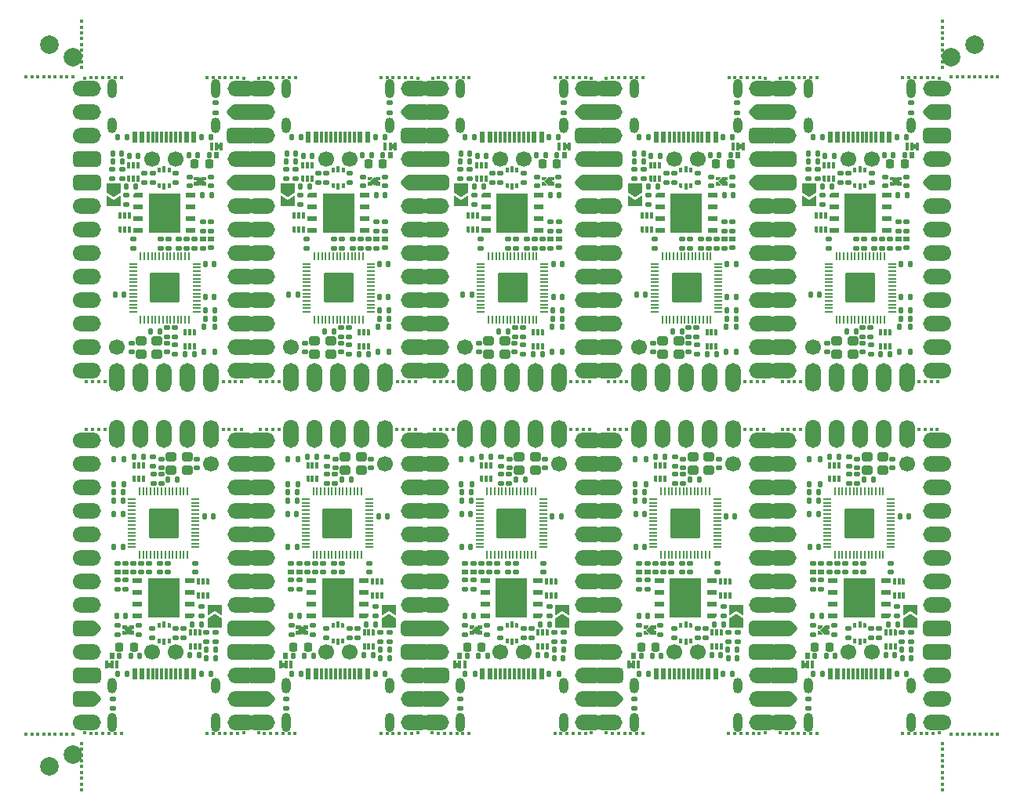
<source format=gts>
G04 #@! TF.GenerationSoftware,KiCad,Pcbnew,7.0.0-da2b9df05c~165~ubuntu22.04.1*
G04 #@! TF.CreationDate,2023-08-03T16:43:10+00:00*
G04 #@! TF.ProjectId,helios-panel,68656c69-6f73-42d7-9061-6e656c2e6b69,rev1.0*
G04 #@! TF.SameCoordinates,Original*
G04 #@! TF.FileFunction,Soldermask,Top*
G04 #@! TF.FilePolarity,Negative*
%FSLAX46Y46*%
G04 Gerber Fmt 4.6, Leading zero omitted, Abs format (unit mm)*
G04 Created by KiCad (PCBNEW 7.0.0-da2b9df05c~165~ubuntu22.04.1) date 2023-08-03 16:43:10*
%MOMM*%
%LPD*%
G01*
G04 APERTURE LIST*
G04 Aperture macros list*
%AMRoundRect*
0 Rectangle with rounded corners*
0 $1 Rounding radius*
0 $2 $3 $4 $5 $6 $7 $8 $9 X,Y pos of 4 corners*
0 Add a 4 corners polygon primitive as box body*
4,1,4,$2,$3,$4,$5,$6,$7,$8,$9,$2,$3,0*
0 Add four circle primitives for the rounded corners*
1,1,$1+$1,$2,$3*
1,1,$1+$1,$4,$5*
1,1,$1+$1,$6,$7*
1,1,$1+$1,$8,$9*
0 Add four rect primitives between the rounded corners*
20,1,$1+$1,$2,$3,$4,$5,0*
20,1,$1+$1,$4,$5,$6,$7,0*
20,1,$1+$1,$6,$7,$8,$9,0*
20,1,$1+$1,$8,$9,$2,$3,0*%
%AMOutline5P*
0 Free polygon, 5 corners , with rotation*
0 The origin of the aperture is its center*
0 number of corners: always 5*
0 $1 to $10 corner X, Y*
0 $11 Rotation angle, in degrees counterclockwise*
0 create outline with 5 corners*
4,1,5,$1,$2,$3,$4,$5,$6,$7,$8,$9,$10,$1,$2,$11*%
%AMOutline6P*
0 Free polygon, 6 corners , with rotation*
0 The origin of the aperture is its center*
0 number of corners: always 6*
0 $1 to $12 corner X, Y*
0 $13 Rotation angle, in degrees counterclockwise*
0 create outline with 6 corners*
4,1,6,$1,$2,$3,$4,$5,$6,$7,$8,$9,$10,$11,$12,$1,$2,$13*%
%AMOutline7P*
0 Free polygon, 7 corners , with rotation*
0 The origin of the aperture is its center*
0 number of corners: always 7*
0 $1 to $14 corner X, Y*
0 $15 Rotation angle, in degrees counterclockwise*
0 create outline with 7 corners*
4,1,7,$1,$2,$3,$4,$5,$6,$7,$8,$9,$10,$11,$12,$13,$14,$1,$2,$15*%
%AMOutline8P*
0 Free polygon, 8 corners , with rotation*
0 The origin of the aperture is its center*
0 number of corners: always 8*
0 $1 to $16 corner X, Y*
0 $17 Rotation angle, in degrees counterclockwise*
0 create outline with 8 corners*
4,1,8,$1,$2,$3,$4,$5,$6,$7,$8,$9,$10,$11,$12,$13,$14,$15,$16,$1,$2,$17*%
%AMFreePoly0*
4,1,18,-0.437500,0.000000,-0.337500,0.100000,0.387500,0.100000,0.406634,0.096194,0.422855,0.085355,0.433694,0.069134,0.437500,0.050000,0.437500,-0.050000,0.433694,-0.069134,0.422855,-0.085355,0.406634,-0.096194,0.387500,-0.100000,-0.387500,-0.100000,-0.406634,-0.096194,-0.422855,-0.085355,-0.433694,-0.069134,-0.437500,-0.050000,-0.437500,0.000000,-0.437500,0.000000,$1*%
%AMFreePoly1*
4,1,6,1.000000,0.000000,0.500000,-0.750000,-0.500000,-0.750000,-0.500000,0.750000,0.500000,0.750000,1.000000,0.000000,1.000000,0.000000,$1*%
%AMFreePoly2*
4,1,6,0.500000,-0.750000,-0.650000,-0.750000,-0.150000,0.000000,-0.650000,0.750000,0.500000,0.750000,0.500000,-0.750000,0.500000,-0.750000,$1*%
%AMFreePoly3*
4,1,18,-0.520000,0.066000,-0.366000,0.220000,0.493600,0.220000,0.503703,0.217990,0.512268,0.212268,0.517990,0.203703,0.520000,0.193600,0.520000,-0.193600,0.517990,-0.203703,0.512268,-0.212268,0.503703,-0.217990,0.493600,-0.220000,-0.493600,-0.220000,-0.503703,-0.217990,-0.512268,-0.212268,-0.517990,-0.203703,-0.520000,-0.193600,-0.520000,0.066000,-0.520000,0.066000,$1*%
G04 Aperture macros list end*
%ADD10C,0.010000*%
%ADD11C,0.400000*%
%ADD12Outline5P,-0.350000X0.051000X-0.231000X0.170000X0.350000X0.170000X0.350000X-0.170000X-0.350000X-0.170000X90.000000*%
%ADD13R,0.340000X0.700000*%
%ADD14Outline5P,-0.350000X0.051000X-0.231000X0.170000X0.350000X0.170000X0.350000X-0.170000X-0.350000X-0.170000X270.000000*%
%ADD15RoundRect,0.135000X-0.135000X-0.185000X0.135000X-0.185000X0.135000X0.185000X-0.135000X0.185000X0*%
%ADD16RoundRect,0.135000X0.135000X0.185000X-0.135000X0.185000X-0.135000X-0.185000X0.135000X-0.185000X0*%
%ADD17RoundRect,0.135000X-0.185000X0.135000X-0.185000X-0.135000X0.185000X-0.135000X0.185000X0.135000X0*%
%ADD18RoundRect,0.135000X0.185000X-0.135000X0.185000X0.135000X-0.185000X0.135000X-0.185000X-0.135000X0*%
%ADD19RoundRect,0.140000X-0.140000X-0.170000X0.140000X-0.170000X0.140000X0.170000X-0.140000X0.170000X0*%
%ADD20RoundRect,0.140000X0.140000X0.170000X-0.140000X0.170000X-0.140000X-0.170000X0.140000X-0.170000X0*%
%ADD21Outline5P,-0.250000X0.056250X-0.118750X0.187500X0.250000X0.187500X0.250000X-0.187500X-0.250000X-0.187500X270.000000*%
%ADD22R,0.300000X0.650000*%
%ADD23R,0.375000X0.500000*%
%ADD24Outline5P,-0.250000X0.056250X-0.118750X0.187500X0.250000X0.187500X0.250000X-0.187500X-0.250000X-0.187500X90.000000*%
%ADD25FreePoly0,180.000000*%
%ADD26RoundRect,0.050000X0.387500X0.050000X-0.387500X0.050000X-0.387500X-0.050000X0.387500X-0.050000X0*%
%ADD27RoundRect,0.050000X0.050000X0.387500X-0.050000X0.387500X-0.050000X-0.387500X0.050000X-0.387500X0*%
%ADD28RoundRect,0.144000X1.456000X1.456000X-1.456000X1.456000X-1.456000X-1.456000X1.456000X-1.456000X0*%
%ADD29FreePoly0,0.000000*%
%ADD30RoundRect,0.050000X-0.387500X-0.050000X0.387500X-0.050000X0.387500X0.050000X-0.387500X0.050000X0*%
%ADD31RoundRect,0.050000X-0.050000X-0.387500X0.050000X-0.387500X0.050000X0.387500X-0.050000X0.387500X0*%
%ADD32RoundRect,0.144000X-1.456000X-1.456000X1.456000X-1.456000X1.456000X1.456000X-1.456000X1.456000X0*%
%ADD33RoundRect,0.075000X-0.075000X-0.375000X0.075000X-0.375000X0.075000X0.375000X-0.075000X0.375000X0*%
%ADD34RoundRect,0.075000X0.075000X0.375000X-0.075000X0.375000X-0.075000X-0.375000X0.075000X-0.375000X0*%
%ADD35RoundRect,0.140000X0.170000X-0.140000X0.170000X0.140000X-0.170000X0.140000X-0.170000X-0.140000X0*%
%ADD36RoundRect,0.140000X-0.170000X0.140000X-0.170000X-0.140000X0.170000X-0.140000X0.170000X0.140000X0*%
%ADD37C,2.000000*%
%ADD38FreePoly1,90.000000*%
%ADD39FreePoly2,90.000000*%
%ADD40FreePoly1,270.000000*%
%ADD41FreePoly2,270.000000*%
%ADD42C,1.700000*%
%ADD43O,3.000000X1.700000*%
%ADD44RoundRect,0.425000X-0.425000X-0.425000X0.425000X-0.425000X0.425000X0.425000X-0.425000X0.425000X0*%
%ADD45RoundRect,0.425000X1.075000X0.425000X-1.075000X0.425000X-1.075000X-0.425000X1.075000X-0.425000X0*%
%ADD46O,1.700000X3.000000*%
%ADD47O,1.700000X1.700000*%
%ADD48RoundRect,0.350000X0.000000X0.494975X-0.494975X0.000000X0.000000X-0.494975X0.494975X0.000000X0*%
%ADD49RoundRect,0.350000X0.894755X0.500000X-0.894755X0.500000X-0.894755X-0.500000X0.894755X-0.500000X0*%
%ADD50RoundRect,0.425000X0.425000X0.425000X-0.425000X0.425000X-0.425000X-0.425000X0.425000X-0.425000X0*%
%ADD51RoundRect,0.350000X0.902255X0.500000X-0.902255X0.500000X-0.902255X-0.500000X0.902255X-0.500000X0*%
%ADD52RoundRect,0.425000X-1.075000X-0.425000X1.075000X-0.425000X1.075000X0.425000X-1.075000X0.425000X0*%
%ADD53RoundRect,0.350000X0.000000X-0.494975X0.494975X0.000000X0.000000X0.494975X-0.494975X0.000000X0*%
%ADD54RoundRect,0.350000X-0.894755X-0.500000X0.894755X-0.500000X0.894755X0.500000X-0.894755X0.500000X0*%
%ADD55RoundRect,0.350000X-0.902255X-0.500000X0.902255X-0.500000X0.902255X0.500000X-0.902255X0.500000X0*%
%ADD56R,0.640000X0.590000*%
%ADD57RoundRect,0.147500X0.172500X-0.147500X0.172500X0.147500X-0.172500X0.147500X-0.172500X-0.147500X0*%
%ADD58RoundRect,0.147500X-0.172500X0.147500X-0.172500X-0.147500X0.172500X-0.147500X0.172500X0.147500X0*%
%ADD59R,0.500000X0.700000*%
%ADD60RoundRect,0.125000X0.125000X0.225000X-0.125000X0.225000X-0.125000X-0.225000X0.125000X-0.225000X0*%
%ADD61RoundRect,0.125000X-0.125000X-0.225000X0.125000X-0.225000X0.125000X0.225000X-0.125000X0.225000X0*%
%ADD62RoundRect,0.250000X-0.325000X-0.250000X0.325000X-0.250000X0.325000X0.250000X-0.325000X0.250000X0*%
%ADD63RoundRect,0.250000X0.325000X0.250000X-0.325000X0.250000X-0.325000X-0.250000X0.325000X-0.250000X0*%
%ADD64FreePoly3,0.000000*%
%ADD65RoundRect,0.026400X-0.493600X-0.193600X0.493600X-0.193600X0.493600X0.193600X-0.493600X0.193600X0*%
%ADD66R,3.400000X4.300000*%
%ADD67FreePoly3,180.000000*%
%ADD68RoundRect,0.026400X0.493600X0.193600X-0.493600X0.193600X-0.493600X-0.193600X0.493600X-0.193600X0*%
%ADD69RoundRect,0.137500X-0.137500X0.212500X-0.137500X-0.212500X0.137500X-0.212500X0.137500X0.212500X0*%
%ADD70RoundRect,0.137500X0.137500X-0.212500X0.137500X0.212500X-0.137500X0.212500X-0.137500X-0.212500X0*%
%ADD71R,0.600000X1.150000*%
%ADD72R,0.300000X1.150000*%
%ADD73O,1.000000X1.700000*%
%ADD74O,1.000000X2.100000*%
%ADD75RoundRect,0.218750X-0.218750X-0.256250X0.218750X-0.256250X0.218750X0.256250X-0.218750X0.256250X0*%
%ADD76RoundRect,0.218750X0.218750X0.256250X-0.218750X0.256250X-0.218750X-0.256250X0.218750X-0.256250X0*%
G04 APERTURE END LIST*
D10*
G04 #@! TO.C,JP2*
X83975000Y13710000D02*
X84225000Y13710000D01*
X84225000Y13710000D02*
X84225000Y13310000D01*
X84225000Y13310000D02*
X83975000Y13310000D01*
X83975000Y13310000D02*
X83975000Y13710000D01*
G36*
X83975000Y13710000D02*
G01*
X84225000Y13710000D01*
X84225000Y13310000D01*
X83975000Y13310000D01*
X83975000Y13710000D01*
G37*
X20925000Y69330000D02*
X20675000Y69330000D01*
X20675000Y69330000D02*
X20675000Y69730000D01*
X20675000Y69730000D02*
X20925000Y69730000D01*
X20925000Y69730000D02*
X20925000Y69330000D01*
G36*
X20925000Y69330000D02*
G01*
X20675000Y69330000D01*
X20675000Y69730000D01*
X20925000Y69730000D01*
X20925000Y69330000D01*
G37*
X58485000Y69330000D02*
X58235000Y69330000D01*
X58235000Y69330000D02*
X58235000Y69730000D01*
X58235000Y69730000D02*
X58485000Y69730000D01*
X58485000Y69730000D02*
X58485000Y69330000D01*
G36*
X58485000Y69330000D02*
G01*
X58235000Y69330000D01*
X58235000Y69730000D01*
X58485000Y69730000D01*
X58485000Y69330000D01*
G37*
X39705000Y69330000D02*
X39455000Y69330000D01*
X39455000Y69330000D02*
X39455000Y69730000D01*
X39455000Y69730000D02*
X39705000Y69730000D01*
X39705000Y69730000D02*
X39705000Y69330000D01*
G36*
X39705000Y69330000D02*
G01*
X39455000Y69330000D01*
X39455000Y69730000D01*
X39705000Y69730000D01*
X39705000Y69330000D01*
G37*
X65195000Y13710000D02*
X65445000Y13710000D01*
X65445000Y13710000D02*
X65445000Y13310000D01*
X65445000Y13310000D02*
X65195000Y13310000D01*
X65195000Y13310000D02*
X65195000Y13710000D01*
G36*
X65195000Y13710000D02*
G01*
X65445000Y13710000D01*
X65445000Y13310000D01*
X65195000Y13310000D01*
X65195000Y13710000D01*
G37*
X77265000Y69330000D02*
X77015000Y69330000D01*
X77015000Y69330000D02*
X77015000Y69730000D01*
X77015000Y69730000D02*
X77265000Y69730000D01*
X77265000Y69730000D02*
X77265000Y69330000D01*
G36*
X77265000Y69330000D02*
G01*
X77015000Y69330000D01*
X77015000Y69730000D01*
X77265000Y69730000D01*
X77265000Y69330000D01*
G37*
X96045000Y69330000D02*
X95795000Y69330000D01*
X95795000Y69330000D02*
X95795000Y69730000D01*
X95795000Y69730000D02*
X96045000Y69730000D01*
X96045000Y69730000D02*
X96045000Y69330000D01*
G36*
X96045000Y69330000D02*
G01*
X95795000Y69330000D01*
X95795000Y69730000D01*
X96045000Y69730000D01*
X96045000Y69330000D01*
G37*
X27635000Y13710000D02*
X27885000Y13710000D01*
X27885000Y13710000D02*
X27885000Y13310000D01*
X27885000Y13310000D02*
X27635000Y13310000D01*
X27635000Y13310000D02*
X27635000Y13710000D01*
G36*
X27635000Y13710000D02*
G01*
X27885000Y13710000D01*
X27885000Y13310000D01*
X27635000Y13310000D01*
X27635000Y13710000D01*
G37*
X8855000Y13710000D02*
X9105000Y13710000D01*
X9105000Y13710000D02*
X9105000Y13310000D01*
X9105000Y13310000D02*
X8855000Y13310000D01*
X8855000Y13310000D02*
X8855000Y13710000D01*
G36*
X8855000Y13710000D02*
G01*
X9105000Y13710000D01*
X9105000Y13310000D01*
X8855000Y13310000D01*
X8855000Y13710000D01*
G37*
X46415000Y13710000D02*
X46665000Y13710000D01*
X46665000Y13710000D02*
X46665000Y13310000D01*
X46665000Y13310000D02*
X46415000Y13310000D01*
X46415000Y13310000D02*
X46415000Y13710000D01*
G36*
X46415000Y13710000D02*
G01*
X46665000Y13710000D01*
X46665000Y13310000D01*
X46415000Y13310000D01*
X46415000Y13710000D01*
G37*
G04 #@! TO.C,U2*
G36*
X11418143Y17276857D02*
G01*
X11005000Y16863714D01*
X10591857Y17276857D01*
X11005000Y17689999D01*
X11418143Y17276857D01*
G37*
X11418143Y17276857D02*
X11005000Y16863714D01*
X10591857Y17276857D01*
X11005000Y17689999D01*
X11418143Y17276857D01*
G36*
X11665000Y16795000D02*
G01*
X11140000Y16795000D01*
X11140000Y16925000D01*
X11385000Y17175000D01*
X11665000Y17175000D01*
X11665000Y16795000D01*
G37*
G36*
X11665000Y17375000D02*
G01*
X11385000Y17375000D01*
X11140000Y17625000D01*
X11140000Y17755000D01*
X11665000Y17755000D01*
X11665000Y17375000D01*
G37*
G36*
X10870000Y16925000D02*
G01*
X10870000Y16795000D01*
X10345000Y16795000D01*
X10345000Y17175000D01*
X10625000Y17175000D01*
X10870000Y16925000D01*
G37*
G36*
X10870000Y17625000D02*
G01*
X10625000Y17375000D01*
X10345000Y17375000D01*
X10345000Y17755000D01*
X10870000Y17755000D01*
X10870000Y17625000D01*
G37*
G36*
X75528143Y65763143D02*
G01*
X75115000Y65350001D01*
X74701857Y65763143D01*
X75115000Y66176286D01*
X75528143Y65763143D01*
G37*
X75528143Y65763143D02*
X75115000Y65350001D01*
X74701857Y65763143D01*
X75115000Y66176286D01*
X75528143Y65763143D01*
G36*
X74980000Y66115000D02*
G01*
X74735000Y65865000D01*
X74455000Y65865000D01*
X74455000Y66245000D01*
X74980000Y66245000D01*
X74980000Y66115000D01*
G37*
G36*
X74980000Y65415000D02*
G01*
X74980000Y65285000D01*
X74455000Y65285000D01*
X74455000Y65665000D01*
X74735000Y65665000D01*
X74980000Y65415000D01*
G37*
G36*
X75775000Y65865000D02*
G01*
X75495000Y65865000D01*
X75250000Y66115000D01*
X75250000Y66245000D01*
X75775000Y66245000D01*
X75775000Y65865000D01*
G37*
G36*
X75775000Y65285000D02*
G01*
X75250000Y65285000D01*
X75250000Y65415000D01*
X75495000Y65665000D01*
X75775000Y65665000D01*
X75775000Y65285000D01*
G37*
G36*
X86538143Y17276857D02*
G01*
X86125000Y16863714D01*
X85711857Y17276857D01*
X86125000Y17689999D01*
X86538143Y17276857D01*
G37*
X86538143Y17276857D02*
X86125000Y16863714D01*
X85711857Y17276857D01*
X86125000Y17689999D01*
X86538143Y17276857D01*
G36*
X86785000Y16795000D02*
G01*
X86260000Y16795000D01*
X86260000Y16925000D01*
X86505000Y17175000D01*
X86785000Y17175000D01*
X86785000Y16795000D01*
G37*
G36*
X86785000Y17375000D02*
G01*
X86505000Y17375000D01*
X86260000Y17625000D01*
X86260000Y17755000D01*
X86785000Y17755000D01*
X86785000Y17375000D01*
G37*
G36*
X85990000Y16925000D02*
G01*
X85990000Y16795000D01*
X85465000Y16795000D01*
X85465000Y17175000D01*
X85745000Y17175000D01*
X85990000Y16925000D01*
G37*
G36*
X85990000Y17625000D02*
G01*
X85745000Y17375000D01*
X85465000Y17375000D01*
X85465000Y17755000D01*
X85990000Y17755000D01*
X85990000Y17625000D01*
G37*
G36*
X19188143Y65763143D02*
G01*
X18775000Y65350001D01*
X18361857Y65763143D01*
X18775000Y66176286D01*
X19188143Y65763143D01*
G37*
X19188143Y65763143D02*
X18775000Y65350001D01*
X18361857Y65763143D01*
X18775000Y66176286D01*
X19188143Y65763143D01*
G36*
X18640000Y66115000D02*
G01*
X18395000Y65865000D01*
X18115000Y65865000D01*
X18115000Y66245000D01*
X18640000Y66245000D01*
X18640000Y66115000D01*
G37*
G36*
X18640000Y65415000D02*
G01*
X18640000Y65285000D01*
X18115000Y65285000D01*
X18115000Y65665000D01*
X18395000Y65665000D01*
X18640000Y65415000D01*
G37*
G36*
X19435000Y65865000D02*
G01*
X19155000Y65865000D01*
X18910000Y66115000D01*
X18910000Y66245000D01*
X19435000Y66245000D01*
X19435000Y65865000D01*
G37*
G36*
X19435000Y65285000D02*
G01*
X18910000Y65285000D01*
X18910000Y65415000D01*
X19155000Y65665000D01*
X19435000Y65665000D01*
X19435000Y65285000D01*
G37*
G36*
X48978143Y17276857D02*
G01*
X48565000Y16863714D01*
X48151857Y17276857D01*
X48565000Y17689999D01*
X48978143Y17276857D01*
G37*
X48978143Y17276857D02*
X48565000Y16863714D01*
X48151857Y17276857D01*
X48565000Y17689999D01*
X48978143Y17276857D01*
G36*
X49225000Y16795000D02*
G01*
X48700000Y16795000D01*
X48700000Y16925000D01*
X48945000Y17175000D01*
X49225000Y17175000D01*
X49225000Y16795000D01*
G37*
G36*
X49225000Y17375000D02*
G01*
X48945000Y17375000D01*
X48700000Y17625000D01*
X48700000Y17755000D01*
X49225000Y17755000D01*
X49225000Y17375000D01*
G37*
G36*
X48430000Y16925000D02*
G01*
X48430000Y16795000D01*
X47905000Y16795000D01*
X47905000Y17175000D01*
X48185000Y17175000D01*
X48430000Y16925000D01*
G37*
G36*
X48430000Y17625000D02*
G01*
X48185000Y17375000D01*
X47905000Y17375000D01*
X47905000Y17755000D01*
X48430000Y17755000D01*
X48430000Y17625000D01*
G37*
G36*
X67758143Y17276857D02*
G01*
X67345000Y16863714D01*
X66931857Y17276857D01*
X67345000Y17689999D01*
X67758143Y17276857D01*
G37*
X67758143Y17276857D02*
X67345000Y16863714D01*
X66931857Y17276857D01*
X67345000Y17689999D01*
X67758143Y17276857D01*
G36*
X68005000Y16795000D02*
G01*
X67480000Y16795000D01*
X67480000Y16925000D01*
X67725000Y17175000D01*
X68005000Y17175000D01*
X68005000Y16795000D01*
G37*
G36*
X68005000Y17375000D02*
G01*
X67725000Y17375000D01*
X67480000Y17625000D01*
X67480000Y17755000D01*
X68005000Y17755000D01*
X68005000Y17375000D01*
G37*
G36*
X67210000Y16925000D02*
G01*
X67210000Y16795000D01*
X66685000Y16795000D01*
X66685000Y17175000D01*
X66965000Y17175000D01*
X67210000Y16925000D01*
G37*
G36*
X67210000Y17625000D02*
G01*
X66965000Y17375000D01*
X66685000Y17375000D01*
X66685000Y17755000D01*
X67210000Y17755000D01*
X67210000Y17625000D01*
G37*
G36*
X94308143Y65763143D02*
G01*
X93895000Y65350001D01*
X93481857Y65763143D01*
X93895000Y66176286D01*
X94308143Y65763143D01*
G37*
X94308143Y65763143D02*
X93895000Y65350001D01*
X93481857Y65763143D01*
X93895000Y66176286D01*
X94308143Y65763143D01*
G36*
X93760000Y66115000D02*
G01*
X93515000Y65865000D01*
X93235000Y65865000D01*
X93235000Y66245000D01*
X93760000Y66245000D01*
X93760000Y66115000D01*
G37*
G36*
X93760000Y65415000D02*
G01*
X93760000Y65285000D01*
X93235000Y65285000D01*
X93235000Y65665000D01*
X93515000Y65665000D01*
X93760000Y65415000D01*
G37*
G36*
X94555000Y65865000D02*
G01*
X94275000Y65865000D01*
X94030000Y66115000D01*
X94030000Y66245000D01*
X94555000Y66245000D01*
X94555000Y65865000D01*
G37*
G36*
X94555000Y65285000D02*
G01*
X94030000Y65285000D01*
X94030000Y65415000D01*
X94275000Y65665000D01*
X94555000Y65665000D01*
X94555000Y65285000D01*
G37*
G36*
X56748143Y65763143D02*
G01*
X56335000Y65350001D01*
X55921857Y65763143D01*
X56335000Y66176286D01*
X56748143Y65763143D01*
G37*
X56748143Y65763143D02*
X56335000Y65350001D01*
X55921857Y65763143D01*
X56335000Y66176286D01*
X56748143Y65763143D01*
G36*
X56200000Y66115000D02*
G01*
X55955000Y65865000D01*
X55675000Y65865000D01*
X55675000Y66245000D01*
X56200000Y66245000D01*
X56200000Y66115000D01*
G37*
G36*
X56200000Y65415000D02*
G01*
X56200000Y65285000D01*
X55675000Y65285000D01*
X55675000Y65665000D01*
X55955000Y65665000D01*
X56200000Y65415000D01*
G37*
G36*
X56995000Y65865000D02*
G01*
X56715000Y65865000D01*
X56470000Y66115000D01*
X56470000Y66245000D01*
X56995000Y66245000D01*
X56995000Y65865000D01*
G37*
G36*
X56995000Y65285000D02*
G01*
X56470000Y65285000D01*
X56470000Y65415000D01*
X56715000Y65665000D01*
X56995000Y65665000D01*
X56995000Y65285000D01*
G37*
G36*
X37968143Y65763143D02*
G01*
X37555000Y65350001D01*
X37141857Y65763143D01*
X37555000Y66176286D01*
X37968143Y65763143D01*
G37*
X37968143Y65763143D02*
X37555000Y65350001D01*
X37141857Y65763143D01*
X37555000Y66176286D01*
X37968143Y65763143D01*
G36*
X37420000Y66115000D02*
G01*
X37175000Y65865000D01*
X36895000Y65865000D01*
X36895000Y66245000D01*
X37420000Y66245000D01*
X37420000Y66115000D01*
G37*
G36*
X37420000Y65415000D02*
G01*
X37420000Y65285000D01*
X36895000Y65285000D01*
X36895000Y65665000D01*
X37175000Y65665000D01*
X37420000Y65415000D01*
G37*
G36*
X38215000Y65865000D02*
G01*
X37935000Y65865000D01*
X37690000Y66115000D01*
X37690000Y66245000D01*
X38215000Y66245000D01*
X38215000Y65865000D01*
G37*
G36*
X38215000Y65285000D02*
G01*
X37690000Y65285000D01*
X37690000Y65415000D01*
X37935000Y65665000D01*
X38215000Y65665000D01*
X38215000Y65285000D01*
G37*
G36*
X30198143Y17276857D02*
G01*
X29785000Y16863714D01*
X29371857Y17276857D01*
X29785000Y17689999D01*
X30198143Y17276857D01*
G37*
X30198143Y17276857D02*
X29785000Y16863714D01*
X29371857Y17276857D01*
X29785000Y17689999D01*
X30198143Y17276857D01*
G36*
X30445000Y16795000D02*
G01*
X29920000Y16795000D01*
X29920000Y16925000D01*
X30165000Y17175000D01*
X30445000Y17175000D01*
X30445000Y16795000D01*
G37*
G36*
X30445000Y17375000D02*
G01*
X30165000Y17375000D01*
X29920000Y17625000D01*
X29920000Y17755000D01*
X30445000Y17755000D01*
X30445000Y17375000D01*
G37*
G36*
X29650000Y16925000D02*
G01*
X29650000Y16795000D01*
X29125000Y16795000D01*
X29125000Y17175000D01*
X29405000Y17175000D01*
X29650000Y16925000D01*
G37*
G36*
X29650000Y17625000D02*
G01*
X29405000Y17375000D01*
X29125000Y17375000D01*
X29125000Y17755000D01*
X29650000Y17755000D01*
X29650000Y17625000D01*
G37*
G04 #@! TD*
D11*
G04 #@! TO.C,REF\u002A\u002A*
X99900000Y6000000D03*
G04 #@! TD*
G04 #@! TO.C,REF\u002A\u002A*
X5000000Y6000000D03*
G04 #@! TD*
G04 #@! TO.C,REF\u002A\u002A*
X8505000Y38920000D03*
G04 #@! TD*
G04 #@! TO.C,REF\u002A\u002A*
X98900000Y4375000D03*
G04 #@! TD*
D12*
G04 #@! TO.C,Q1*
X30404999Y33579999D03*
D13*
X30904999Y33579999D03*
X31404999Y33579999D03*
X31404999Y35079999D03*
X30904999Y35079999D03*
X30404999Y35079999D03*
G04 #@! TD*
D12*
G04 #@! TO.C,Q1*
X49184999Y33579999D03*
D13*
X49684999Y33579999D03*
X50184999Y33579999D03*
X50184999Y35079999D03*
X49684999Y35079999D03*
X49184999Y35079999D03*
G04 #@! TD*
D14*
G04 #@! TO.C,Q1*
X74494999Y49459999D03*
D13*
X73994999Y49459999D03*
X73494999Y49459999D03*
X73494999Y47959999D03*
X73994999Y47959999D03*
X74494999Y47959999D03*
G04 #@! TD*
D14*
G04 #@! TO.C,Q1*
X55714999Y49459999D03*
D13*
X55214999Y49459999D03*
X54714999Y49459999D03*
X54714999Y47959999D03*
X55214999Y47959999D03*
X55714999Y47959999D03*
G04 #@! TD*
D14*
G04 #@! TO.C,Q1*
X93274999Y49459999D03*
D13*
X92774999Y49459999D03*
X92274999Y49459999D03*
X92274999Y47959999D03*
X92774999Y47959999D03*
X93274999Y47959999D03*
G04 #@! TD*
D14*
G04 #@! TO.C,Q1*
X18154999Y49459999D03*
D13*
X17654999Y49459999D03*
X17154999Y49459999D03*
X17154999Y47959999D03*
X17654999Y47959999D03*
X18154999Y47959999D03*
G04 #@! TD*
D12*
G04 #@! TO.C,Q1*
X67964999Y33579999D03*
D13*
X68464999Y33579999D03*
X68964999Y33579999D03*
X68964999Y35079999D03*
X68464999Y35079999D03*
X67964999Y35079999D03*
G04 #@! TD*
D12*
G04 #@! TO.C,Q1*
X11624999Y33579999D03*
D13*
X12124999Y33579999D03*
X12624999Y33579999D03*
X12624999Y35079999D03*
X12124999Y35079999D03*
X11624999Y35079999D03*
G04 #@! TD*
D12*
G04 #@! TO.C,Q1*
X86744999Y33579999D03*
D13*
X87244999Y33579999D03*
X87744999Y33579999D03*
X87744999Y35079999D03*
X87244999Y35079999D03*
X86744999Y35079999D03*
G04 #@! TD*
D14*
G04 #@! TO.C,Q1*
X36934999Y49459999D03*
D13*
X36434999Y49459999D03*
X35934999Y49459999D03*
X35934999Y47959999D03*
X36434999Y47959999D03*
X36934999Y47959999D03*
G04 #@! TD*
D11*
G04 #@! TO.C,REF\u002A\u002A*
X8272608Y6100000D03*
G04 #@! TD*
G04 #@! TO.C,REF\u002A\u002A*
X43869891Y76891523D03*
G04 #@! TD*
G04 #@! TO.C,REF\u002A\u002A*
X3750000Y77040000D03*
G04 #@! TD*
G04 #@! TO.C,REF\u002A\u002A*
X45408333Y44120001D03*
G04 #@! TD*
G04 #@! TO.C,REF\u002A\u002A*
X6000000Y0D03*
G04 #@! TD*
G04 #@! TO.C,REF\u002A\u002A*
X79160199Y6100598D03*
G04 #@! TD*
G04 #@! TO.C,REF\u002A\u002A*
X23275000Y44120000D03*
G04 #@! TD*
G04 #@! TO.C,REF\u002A\u002A*
X83635000Y44120001D03*
G04 #@! TD*
G04 #@! TO.C,REF\u002A\u002A*
X47825018Y76939998D03*
G04 #@! TD*
G04 #@! TO.C,REF\u002A\u002A*
X9603975Y76939879D03*
G04 #@! TD*
D15*
G04 #@! TO.C,R5*
X75775000Y15135000D03*
X76795000Y15135000D03*
G04 #@! TD*
G04 #@! TO.C,R5*
X94555000Y15135000D03*
X95575000Y15135000D03*
G04 #@! TD*
D16*
G04 #@! TO.C,R5*
X10345000Y67905000D03*
X9325000Y67905000D03*
G04 #@! TD*
G04 #@! TO.C,R5*
X29125000Y67905000D03*
X28105000Y67905000D03*
G04 #@! TD*
G04 #@! TO.C,R5*
X47905000Y67905000D03*
X46885000Y67905000D03*
G04 #@! TD*
G04 #@! TO.C,R5*
X66685000Y67905000D03*
X65665000Y67905000D03*
G04 #@! TD*
D15*
G04 #@! TO.C,R5*
X19435000Y15135000D03*
X20455000Y15135000D03*
G04 #@! TD*
D16*
G04 #@! TO.C,R5*
X85465000Y67905000D03*
X84445000Y67905000D03*
G04 #@! TD*
D15*
G04 #@! TO.C,R5*
X38215000Y15135000D03*
X39235000Y15135000D03*
G04 #@! TD*
G04 #@! TO.C,R5*
X56995000Y15135000D03*
X58015000Y15135000D03*
G04 #@! TD*
D11*
G04 #@! TO.C,REF\u002A\u002A*
X40044999Y38920000D03*
G04 #@! TD*
G04 #@! TO.C,REF\u002A\u002A*
X46503958Y76939760D03*
G04 #@! TD*
G04 #@! TO.C,REF\u002A\u002A*
X6000000Y625000D03*
G04 #@! TD*
G04 #@! TO.C,REF\u002A\u002A*
X98900000Y78040000D03*
G04 #@! TD*
G04 #@! TO.C,REF\u002A\u002A*
X42055000Y44120000D03*
G04 #@! TD*
G04 #@! TO.C,REF\u002A\u002A*
X96616571Y6100360D03*
G04 #@! TD*
G04 #@! TO.C,REF\u002A\u002A*
X82958333Y38920000D03*
G04 #@! TD*
G04 #@! TO.C,REF\u002A\u002A*
X95305797Y76940000D03*
G04 #@! TD*
G04 #@! TO.C,REF\u002A\u002A*
X62855000Y44120001D03*
G04 #@! TD*
G04 #@! TO.C,REF\u002A\u002A*
X64178333Y38920000D03*
G04 #@! TD*
G04 #@! TO.C,REF\u002A\u002A*
X10255000Y6100000D03*
G04 #@! TD*
G04 #@! TO.C,REF\u002A\u002A*
X82082368Y76939402D03*
G04 #@! TD*
G04 #@! TO.C,REF\u002A\u002A*
X98385000Y38920000D03*
G04 #@! TD*
D17*
G04 #@! TO.C,R3*
X70045000Y35950000D03*
X70045000Y34930000D03*
G04 #@! TD*
G04 #@! TO.C,R3*
X51265000Y35950000D03*
X51265000Y34930000D03*
G04 #@! TD*
G04 #@! TO.C,R3*
X88825000Y35950000D03*
X88825000Y34930000D03*
G04 #@! TD*
D18*
G04 #@! TO.C,R3*
X53635000Y47090000D03*
X53635000Y48110000D03*
G04 #@! TD*
G04 #@! TO.C,R3*
X34855000Y47090000D03*
X34855000Y48110000D03*
G04 #@! TD*
G04 #@! TO.C,R3*
X16075000Y47090000D03*
X16075000Y48110000D03*
G04 #@! TD*
G04 #@! TO.C,R3*
X91195000Y47090000D03*
X91195000Y48110000D03*
G04 #@! TD*
G04 #@! TO.C,R3*
X72415000Y47090000D03*
X72415000Y48110000D03*
G04 #@! TD*
D17*
G04 #@! TO.C,R3*
X13705000Y35950000D03*
X13705000Y34930000D03*
G04 #@! TD*
G04 #@! TO.C,R3*
X32485000Y35950000D03*
X32485000Y34930000D03*
G04 #@! TD*
D11*
G04 #@! TO.C,REF\u002A\u002A*
X76525381Y76940000D03*
G04 #@! TD*
D19*
G04 #@! TO.C,C3*
X55105000Y68560000D03*
X56065000Y68560000D03*
G04 #@! TD*
G04 #@! TO.C,C3*
X73885000Y68560000D03*
X74845000Y68560000D03*
G04 #@! TD*
G04 #@! TO.C,C3*
X17545000Y68560000D03*
X18505000Y68560000D03*
G04 #@! TD*
D20*
G04 #@! TO.C,C3*
X12235000Y14480000D03*
X11275000Y14480000D03*
G04 #@! TD*
D19*
G04 #@! TO.C,C3*
X92665000Y68560000D03*
X93625000Y68560000D03*
G04 #@! TD*
D20*
G04 #@! TO.C,C3*
X68575000Y14480000D03*
X67615000Y14480000D03*
G04 #@! TD*
G04 #@! TO.C,C3*
X49795000Y14480000D03*
X48835000Y14480000D03*
G04 #@! TD*
G04 #@! TO.C,C3*
X31015000Y14480000D03*
X30055000Y14480000D03*
G04 #@! TD*
D19*
G04 #@! TO.C,C3*
X36325000Y68560000D03*
X37285000Y68560000D03*
G04 #@! TD*
D20*
G04 #@! TO.C,C3*
X87355000Y14480000D03*
X86395000Y14480000D03*
G04 #@! TD*
D11*
G04 #@! TO.C,REF\u002A\u002A*
X6000000Y79290000D03*
G04 #@! TD*
G04 #@! TO.C,REF\u002A\u002A*
X83403428Y76939640D03*
G04 #@! TD*
G04 #@! TO.C,REF\u002A\u002A*
X63511666Y38920000D03*
G04 #@! TD*
G04 #@! TO.C,REF\u002A\u002A*
X40948257Y76940000D03*
G04 #@! TD*
G04 #@! TO.C,REF\u002A\u002A*
X75854981Y6100002D03*
G04 #@! TD*
D21*
G04 #@! TO.C,U1*
X52982499Y17759999D03*
D22*
X52444999Y17834999D03*
D23*
X51907499Y17759999D03*
X51907499Y16059999D03*
D22*
X52444999Y15984999D03*
D23*
X52982499Y16059999D03*
G04 #@! TD*
D21*
G04 #@! TO.C,U1*
X71762499Y17759999D03*
D22*
X71224999Y17834999D03*
D23*
X70687499Y17759999D03*
X70687499Y16059999D03*
D22*
X71224999Y15984999D03*
D23*
X71762499Y16059999D03*
G04 #@! TD*
D21*
G04 #@! TO.C,U1*
X90542499Y17759999D03*
D22*
X90004999Y17834999D03*
D23*
X89467499Y17759999D03*
X89467499Y16059999D03*
D22*
X90004999Y15984999D03*
D23*
X90542499Y16059999D03*
G04 #@! TD*
D24*
G04 #@! TO.C,U1*
X33137499Y65279999D03*
D22*
X33674999Y65204999D03*
D23*
X34212499Y65279999D03*
X34212499Y66979999D03*
D22*
X33674999Y67054999D03*
D23*
X33137499Y66979999D03*
G04 #@! TD*
D24*
G04 #@! TO.C,U1*
X51917499Y65279999D03*
D22*
X52454999Y65204999D03*
D23*
X52992499Y65279999D03*
X52992499Y66979999D03*
D22*
X52454999Y67054999D03*
D23*
X51917499Y66979999D03*
G04 #@! TD*
D24*
G04 #@! TO.C,U1*
X70697499Y65279999D03*
D22*
X71234999Y65204999D03*
D23*
X71772499Y65279999D03*
X71772499Y66979999D03*
D22*
X71234999Y67054999D03*
D23*
X70697499Y66979999D03*
G04 #@! TD*
D24*
G04 #@! TO.C,U1*
X89477499Y65279999D03*
D22*
X90014999Y65204999D03*
D23*
X90552499Y65279999D03*
X90552499Y66979999D03*
D22*
X90014999Y67054999D03*
D23*
X89477499Y66979999D03*
G04 #@! TD*
D21*
G04 #@! TO.C,U1*
X15422499Y17759999D03*
D22*
X14884999Y17834999D03*
D23*
X14347499Y17759999D03*
X14347499Y16059999D03*
D22*
X14884999Y15984999D03*
D23*
X15422499Y16059999D03*
G04 #@! TD*
D21*
G04 #@! TO.C,U1*
X34202499Y17759999D03*
D22*
X33664999Y17834999D03*
D23*
X33127499Y17759999D03*
X33127499Y16059999D03*
D22*
X33664999Y15984999D03*
D23*
X34202499Y16059999D03*
G04 #@! TD*
D24*
G04 #@! TO.C,U1*
X14357499Y65279999D03*
D22*
X14894999Y65204999D03*
D23*
X15432499Y65279999D03*
X15432499Y66979999D03*
D22*
X14894999Y67054999D03*
D23*
X14357499Y66979999D03*
G04 #@! TD*
D11*
G04 #@! TO.C,REF\u002A\u002A*
X97948987Y76940000D03*
G04 #@! TD*
G04 #@! TO.C,REF\u002A\u002A*
X78948333Y44120001D03*
G04 #@! TD*
G04 #@! TO.C,REF\u002A\u002A*
X98900000Y3125000D03*
G04 #@! TD*
G04 #@! TO.C,REF\u002A\u002A*
X2500000Y77040000D03*
G04 #@! TD*
D20*
G04 #@! TO.C,C1*
X66655000Y68780000D03*
X65695000Y68780000D03*
G04 #@! TD*
D19*
G04 #@! TO.C,C1*
X94585000Y14260000D03*
X95545000Y14260000D03*
G04 #@! TD*
D20*
G04 #@! TO.C,C1*
X85435000Y68780000D03*
X84475000Y68780000D03*
G04 #@! TD*
D19*
G04 #@! TO.C,C1*
X19465000Y14260000D03*
X20425000Y14260000D03*
G04 #@! TD*
G04 #@! TO.C,C1*
X38245000Y14260000D03*
X39205000Y14260000D03*
G04 #@! TD*
D20*
G04 #@! TO.C,C1*
X10315000Y68780000D03*
X9355000Y68780000D03*
G04 #@! TD*
G04 #@! TO.C,C1*
X47875000Y68780000D03*
X46915000Y68780000D03*
G04 #@! TD*
D19*
G04 #@! TO.C,C1*
X57025000Y14260000D03*
X57985000Y14260000D03*
G04 #@! TD*
G04 #@! TO.C,C1*
X75805000Y14260000D03*
X76765000Y14260000D03*
G04 #@! TD*
D20*
G04 #@! TO.C,C1*
X29095000Y68780000D03*
X28135000Y68780000D03*
G04 #@! TD*
D11*
G04 #@! TO.C,REF\u002A\u002A*
X81419387Y6153819D03*
G04 #@! TD*
G04 #@! TO.C,REF\u002A\u002A*
X8933406Y6100000D03*
G04 #@! TD*
G04 #@! TO.C,REF\u002A\u002A*
X6000000Y3125000D03*
G04 #@! TD*
G04 #@! TO.C,REF\u002A\u002A*
X81624999Y38920000D03*
G04 #@! TD*
G04 #@! TO.C,REF\u002A\u002A*
X66605018Y76939998D03*
G04 #@! TD*
G04 #@! TO.C,REF\u002A\u002A*
X57745381Y76940000D03*
G04 #@! TD*
G04 #@! TO.C,REF\u002A\u002A*
X21275000Y44120001D03*
G04 #@! TD*
G04 #@! TO.C,REF\u002A\u002A*
X6959801Y76939402D03*
G04 #@! TD*
D25*
G04 #@! TO.C,U4*
X37037499Y26209999D03*
D26*
X37037500Y26610000D03*
X37037500Y27010000D03*
X37037500Y27410000D03*
X37037500Y27810000D03*
X37037500Y28210000D03*
X37037500Y28610000D03*
X37037500Y29010000D03*
X37037500Y29410000D03*
X37037500Y29810000D03*
X37037500Y30210000D03*
X37037500Y30610000D03*
X37037500Y31010000D03*
X37037500Y31410000D03*
D27*
X36200000Y32247500D03*
X35800000Y32247500D03*
X35400000Y32247500D03*
X35000000Y32247500D03*
X34600000Y32247500D03*
X34200000Y32247500D03*
X33800000Y32247500D03*
X33400000Y32247500D03*
X33000000Y32247500D03*
X32600000Y32247500D03*
X32200000Y32247500D03*
X31800000Y32247500D03*
X31400000Y32247500D03*
X31000000Y32247500D03*
D26*
X30162500Y31410000D03*
X30162500Y31010000D03*
X30162500Y30610000D03*
X30162500Y30210000D03*
X30162500Y29810000D03*
X30162500Y29410000D03*
X30162500Y29010000D03*
X30162500Y28610000D03*
X30162500Y28210000D03*
X30162500Y27810000D03*
X30162500Y27410000D03*
X30162500Y27010000D03*
X30162500Y26610000D03*
X30162500Y26210000D03*
D27*
X31000000Y25372500D03*
X31400000Y25372500D03*
X31800000Y25372500D03*
X32200000Y25372500D03*
X32600000Y25372500D03*
X33000000Y25372500D03*
X33400000Y25372500D03*
X33800000Y25372500D03*
X34200000Y25372500D03*
X34600000Y25372500D03*
X35000000Y25372500D03*
X35400000Y25372500D03*
X35800000Y25372500D03*
X36200000Y25372500D03*
D28*
X33600000Y28810000D03*
G04 #@! TD*
D29*
G04 #@! TO.C,U4*
X67862499Y56829999D03*
D30*
X67862500Y56430000D03*
X67862500Y56030000D03*
X67862500Y55630000D03*
X67862500Y55230000D03*
X67862500Y54830000D03*
X67862500Y54430000D03*
X67862500Y54030000D03*
X67862500Y53630000D03*
X67862500Y53230000D03*
X67862500Y52830000D03*
X67862500Y52430000D03*
X67862500Y52030000D03*
X67862500Y51630000D03*
D31*
X68700000Y50792500D03*
X69100000Y50792500D03*
X69500000Y50792500D03*
X69900000Y50792500D03*
X70300000Y50792500D03*
X70700000Y50792500D03*
X71100000Y50792500D03*
X71500000Y50792500D03*
X71900000Y50792500D03*
X72300000Y50792500D03*
X72700000Y50792500D03*
X73100000Y50792500D03*
X73500000Y50792500D03*
X73900000Y50792500D03*
D30*
X74737500Y51630000D03*
X74737500Y52030000D03*
X74737500Y52430000D03*
X74737500Y52830000D03*
X74737500Y53230000D03*
X74737500Y53630000D03*
X74737500Y54030000D03*
X74737500Y54430000D03*
X74737500Y54830000D03*
X74737500Y55230000D03*
X74737500Y55630000D03*
X74737500Y56030000D03*
X74737500Y56430000D03*
X74737500Y56830000D03*
D31*
X73900000Y57667500D03*
X73500000Y57667500D03*
X73100000Y57667500D03*
X72700000Y57667500D03*
X72300000Y57667500D03*
X71900000Y57667500D03*
X71500000Y57667500D03*
X71100000Y57667500D03*
X70700000Y57667500D03*
X70300000Y57667500D03*
X69900000Y57667500D03*
X69500000Y57667500D03*
X69100000Y57667500D03*
X68700000Y57667500D03*
D32*
X71300000Y54230000D03*
G04 #@! TD*
D25*
G04 #@! TO.C,U4*
X93377499Y26209999D03*
D26*
X93377500Y26610000D03*
X93377500Y27010000D03*
X93377500Y27410000D03*
X93377500Y27810000D03*
X93377500Y28210000D03*
X93377500Y28610000D03*
X93377500Y29010000D03*
X93377500Y29410000D03*
X93377500Y29810000D03*
X93377500Y30210000D03*
X93377500Y30610000D03*
X93377500Y31010000D03*
X93377500Y31410000D03*
D27*
X92540000Y32247500D03*
X92140000Y32247500D03*
X91740000Y32247500D03*
X91340000Y32247500D03*
X90940000Y32247500D03*
X90540000Y32247500D03*
X90140000Y32247500D03*
X89740000Y32247500D03*
X89340000Y32247500D03*
X88940000Y32247500D03*
X88540000Y32247500D03*
X88140000Y32247500D03*
X87740000Y32247500D03*
X87340000Y32247500D03*
D26*
X86502500Y31410000D03*
X86502500Y31010000D03*
X86502500Y30610000D03*
X86502500Y30210000D03*
X86502500Y29810000D03*
X86502500Y29410000D03*
X86502500Y29010000D03*
X86502500Y28610000D03*
X86502500Y28210000D03*
X86502500Y27810000D03*
X86502500Y27410000D03*
X86502500Y27010000D03*
X86502500Y26610000D03*
X86502500Y26210000D03*
D27*
X87340000Y25372500D03*
X87740000Y25372500D03*
X88140000Y25372500D03*
X88540000Y25372500D03*
X88940000Y25372500D03*
X89340000Y25372500D03*
X89740000Y25372500D03*
X90140000Y25372500D03*
X90540000Y25372500D03*
X90940000Y25372500D03*
X91340000Y25372500D03*
X91740000Y25372500D03*
X92140000Y25372500D03*
X92540000Y25372500D03*
D28*
X89940000Y28810000D03*
G04 #@! TD*
D29*
G04 #@! TO.C,U4*
X86642499Y56829999D03*
D30*
X86642500Y56430000D03*
X86642500Y56030000D03*
X86642500Y55630000D03*
X86642500Y55230000D03*
X86642500Y54830000D03*
X86642500Y54430000D03*
X86642500Y54030000D03*
X86642500Y53630000D03*
X86642500Y53230000D03*
X86642500Y52830000D03*
X86642500Y52430000D03*
X86642500Y52030000D03*
X86642500Y51630000D03*
D31*
X87480000Y50792500D03*
X87880000Y50792500D03*
X88280000Y50792500D03*
X88680000Y50792500D03*
X89080000Y50792500D03*
X89480000Y50792500D03*
X89880000Y50792500D03*
X90280000Y50792500D03*
X90680000Y50792500D03*
X91080000Y50792500D03*
X91480000Y50792500D03*
X91880000Y50792500D03*
X92280000Y50792500D03*
X92680000Y50792500D03*
D30*
X93517500Y51630000D03*
X93517500Y52030000D03*
X93517500Y52430000D03*
X93517500Y52830000D03*
X93517500Y53230000D03*
X93517500Y53630000D03*
X93517500Y54030000D03*
X93517500Y54430000D03*
X93517500Y54830000D03*
X93517500Y55230000D03*
X93517500Y55630000D03*
X93517500Y56030000D03*
X93517500Y56430000D03*
X93517500Y56830000D03*
D31*
X92680000Y57667500D03*
X92280000Y57667500D03*
X91880000Y57667500D03*
X91480000Y57667500D03*
X91080000Y57667500D03*
X90680000Y57667500D03*
X90280000Y57667500D03*
X89880000Y57667500D03*
X89480000Y57667500D03*
X89080000Y57667500D03*
X88680000Y57667500D03*
X88280000Y57667500D03*
X87880000Y57667500D03*
X87480000Y57667500D03*
D32*
X90080000Y54230000D03*
G04 #@! TD*
D25*
G04 #@! TO.C,U4*
X18257499Y26209999D03*
D26*
X18257500Y26610000D03*
X18257500Y27010000D03*
X18257500Y27410000D03*
X18257500Y27810000D03*
X18257500Y28210000D03*
X18257500Y28610000D03*
X18257500Y29010000D03*
X18257500Y29410000D03*
X18257500Y29810000D03*
X18257500Y30210000D03*
X18257500Y30610000D03*
X18257500Y31010000D03*
X18257500Y31410000D03*
D27*
X17420000Y32247500D03*
X17020000Y32247500D03*
X16620000Y32247500D03*
X16220000Y32247500D03*
X15820000Y32247500D03*
X15420000Y32247500D03*
X15020000Y32247500D03*
X14620000Y32247500D03*
X14220000Y32247500D03*
X13820000Y32247500D03*
X13420000Y32247500D03*
X13020000Y32247500D03*
X12620000Y32247500D03*
X12220000Y32247500D03*
D26*
X11382500Y31410000D03*
X11382500Y31010000D03*
X11382500Y30610000D03*
X11382500Y30210000D03*
X11382500Y29810000D03*
X11382500Y29410000D03*
X11382500Y29010000D03*
X11382500Y28610000D03*
X11382500Y28210000D03*
X11382500Y27810000D03*
X11382500Y27410000D03*
X11382500Y27010000D03*
X11382500Y26610000D03*
X11382500Y26210000D03*
D27*
X12220000Y25372500D03*
X12620000Y25372500D03*
X13020000Y25372500D03*
X13420000Y25372500D03*
X13820000Y25372500D03*
X14220000Y25372500D03*
X14620000Y25372500D03*
X15020000Y25372500D03*
X15420000Y25372500D03*
X15820000Y25372500D03*
X16220000Y25372500D03*
X16620000Y25372500D03*
X17020000Y25372500D03*
X17420000Y25372500D03*
D28*
X14820000Y28810000D03*
G04 #@! TD*
D25*
G04 #@! TO.C,U4*
X55817499Y26209999D03*
D26*
X55817500Y26610000D03*
X55817500Y27010000D03*
X55817500Y27410000D03*
X55817500Y27810000D03*
X55817500Y28210000D03*
X55817500Y28610000D03*
X55817500Y29010000D03*
X55817500Y29410000D03*
X55817500Y29810000D03*
X55817500Y30210000D03*
X55817500Y30610000D03*
X55817500Y31010000D03*
X55817500Y31410000D03*
D27*
X54980000Y32247500D03*
X54580000Y32247500D03*
X54180000Y32247500D03*
X53780000Y32247500D03*
X53380000Y32247500D03*
X52980000Y32247500D03*
X52580000Y32247500D03*
X52180000Y32247500D03*
X51780000Y32247500D03*
X51380000Y32247500D03*
X50980000Y32247500D03*
X50580000Y32247500D03*
X50180000Y32247500D03*
X49780000Y32247500D03*
D26*
X48942500Y31410000D03*
X48942500Y31010000D03*
X48942500Y30610000D03*
X48942500Y30210000D03*
X48942500Y29810000D03*
X48942500Y29410000D03*
X48942500Y29010000D03*
X48942500Y28610000D03*
X48942500Y28210000D03*
X48942500Y27810000D03*
X48942500Y27410000D03*
X48942500Y27010000D03*
X48942500Y26610000D03*
X48942500Y26210000D03*
D27*
X49780000Y25372500D03*
X50180000Y25372500D03*
X50580000Y25372500D03*
X50980000Y25372500D03*
X51380000Y25372500D03*
X51780000Y25372500D03*
X52180000Y25372500D03*
X52580000Y25372500D03*
X52980000Y25372500D03*
X53380000Y25372500D03*
X53780000Y25372500D03*
X54180000Y25372500D03*
X54580000Y25372500D03*
X54980000Y25372500D03*
D28*
X52380000Y28810000D03*
G04 #@! TD*
D25*
G04 #@! TO.C,U4*
X74597499Y26209999D03*
D26*
X74597500Y26610000D03*
X74597500Y27010000D03*
X74597500Y27410000D03*
X74597500Y27810000D03*
X74597500Y28210000D03*
X74597500Y28610000D03*
X74597500Y29010000D03*
X74597500Y29410000D03*
X74597500Y29810000D03*
X74597500Y30210000D03*
X74597500Y30610000D03*
X74597500Y31010000D03*
X74597500Y31410000D03*
D27*
X73760000Y32247500D03*
X73360000Y32247500D03*
X72960000Y32247500D03*
X72560000Y32247500D03*
X72160000Y32247500D03*
X71760000Y32247500D03*
X71360000Y32247500D03*
X70960000Y32247500D03*
X70560000Y32247500D03*
X70160000Y32247500D03*
X69760000Y32247500D03*
X69360000Y32247500D03*
X68960000Y32247500D03*
X68560000Y32247500D03*
D26*
X67722500Y31410000D03*
X67722500Y31010000D03*
X67722500Y30610000D03*
X67722500Y30210000D03*
X67722500Y29810000D03*
X67722500Y29410000D03*
X67722500Y29010000D03*
X67722500Y28610000D03*
X67722500Y28210000D03*
X67722500Y27810000D03*
X67722500Y27410000D03*
X67722500Y27010000D03*
X67722500Y26610000D03*
X67722500Y26210000D03*
D27*
X68560000Y25372500D03*
X68960000Y25372500D03*
X69360000Y25372500D03*
X69760000Y25372500D03*
X70160000Y25372500D03*
X70560000Y25372500D03*
X70960000Y25372500D03*
X71360000Y25372500D03*
X71760000Y25372500D03*
X72160000Y25372500D03*
X72560000Y25372500D03*
X72960000Y25372500D03*
X73360000Y25372500D03*
X73760000Y25372500D03*
D28*
X71160000Y28810000D03*
G04 #@! TD*
D29*
G04 #@! TO.C,U4*
X30302499Y56829999D03*
D30*
X30302500Y56430000D03*
X30302500Y56030000D03*
X30302500Y55630000D03*
X30302500Y55230000D03*
X30302500Y54830000D03*
X30302500Y54430000D03*
X30302500Y54030000D03*
X30302500Y53630000D03*
X30302500Y53230000D03*
X30302500Y52830000D03*
X30302500Y52430000D03*
X30302500Y52030000D03*
X30302500Y51630000D03*
D31*
X31140000Y50792500D03*
X31540000Y50792500D03*
X31940000Y50792500D03*
X32340000Y50792500D03*
X32740000Y50792500D03*
X33140000Y50792500D03*
X33540000Y50792500D03*
X33940000Y50792500D03*
X34340000Y50792500D03*
X34740000Y50792500D03*
X35140000Y50792500D03*
X35540000Y50792500D03*
X35940000Y50792500D03*
X36340000Y50792500D03*
D30*
X37177500Y51630000D03*
X37177500Y52030000D03*
X37177500Y52430000D03*
X37177500Y52830000D03*
X37177500Y53230000D03*
X37177500Y53630000D03*
X37177500Y54030000D03*
X37177500Y54430000D03*
X37177500Y54830000D03*
X37177500Y55230000D03*
X37177500Y55630000D03*
X37177500Y56030000D03*
X37177500Y56430000D03*
X37177500Y56830000D03*
D31*
X36340000Y57667500D03*
X35940000Y57667500D03*
X35540000Y57667500D03*
X35140000Y57667500D03*
X34740000Y57667500D03*
X34340000Y57667500D03*
X33940000Y57667500D03*
X33540000Y57667500D03*
X33140000Y57667500D03*
X32740000Y57667500D03*
X32340000Y57667500D03*
X31940000Y57667500D03*
X31540000Y57667500D03*
X31140000Y57667500D03*
D32*
X33740000Y54230000D03*
G04 #@! TD*
D29*
G04 #@! TO.C,U4*
X49082499Y56829999D03*
D30*
X49082500Y56430000D03*
X49082500Y56030000D03*
X49082500Y55630000D03*
X49082500Y55230000D03*
X49082500Y54830000D03*
X49082500Y54430000D03*
X49082500Y54030000D03*
X49082500Y53630000D03*
X49082500Y53230000D03*
X49082500Y52830000D03*
X49082500Y52430000D03*
X49082500Y52030000D03*
X49082500Y51630000D03*
D31*
X49920000Y50792500D03*
X50320000Y50792500D03*
X50720000Y50792500D03*
X51120000Y50792500D03*
X51520000Y50792500D03*
X51920000Y50792500D03*
X52320000Y50792500D03*
X52720000Y50792500D03*
X53120000Y50792500D03*
X53520000Y50792500D03*
X53920000Y50792500D03*
X54320000Y50792500D03*
X54720000Y50792500D03*
X55120000Y50792500D03*
D30*
X55957500Y51630000D03*
X55957500Y52030000D03*
X55957500Y52430000D03*
X55957500Y52830000D03*
X55957500Y53230000D03*
X55957500Y53630000D03*
X55957500Y54030000D03*
X55957500Y54430000D03*
X55957500Y54830000D03*
X55957500Y55230000D03*
X55957500Y55630000D03*
X55957500Y56030000D03*
X55957500Y56430000D03*
X55957500Y56830000D03*
D31*
X55120000Y57667500D03*
X54720000Y57667500D03*
X54320000Y57667500D03*
X53920000Y57667500D03*
X53520000Y57667500D03*
X53120000Y57667500D03*
X52720000Y57667500D03*
X52320000Y57667500D03*
X51920000Y57667500D03*
X51520000Y57667500D03*
X51120000Y57667500D03*
X50720000Y57667500D03*
X50320000Y57667500D03*
X49920000Y57667500D03*
D32*
X52520000Y54230000D03*
G04 #@! TD*
D29*
G04 #@! TO.C,U4*
X11522499Y56829999D03*
D30*
X11522500Y56430000D03*
X11522500Y56030000D03*
X11522500Y55630000D03*
X11522500Y55230000D03*
X11522500Y54830000D03*
X11522500Y54430000D03*
X11522500Y54030000D03*
X11522500Y53630000D03*
X11522500Y53230000D03*
X11522500Y52830000D03*
X11522500Y52430000D03*
X11522500Y52030000D03*
X11522500Y51630000D03*
D31*
X12360000Y50792500D03*
X12760000Y50792500D03*
X13160000Y50792500D03*
X13560000Y50792500D03*
X13960000Y50792500D03*
X14360000Y50792500D03*
X14760000Y50792500D03*
X15160000Y50792500D03*
X15560000Y50792500D03*
X15960000Y50792500D03*
X16360000Y50792500D03*
X16760000Y50792500D03*
X17160000Y50792500D03*
X17560000Y50792500D03*
D30*
X18397500Y51630000D03*
X18397500Y52030000D03*
X18397500Y52430000D03*
X18397500Y52830000D03*
X18397500Y53230000D03*
X18397500Y53630000D03*
X18397500Y54030000D03*
X18397500Y54430000D03*
X18397500Y54830000D03*
X18397500Y55230000D03*
X18397500Y55630000D03*
X18397500Y56030000D03*
X18397500Y56430000D03*
X18397500Y56830000D03*
D31*
X17560000Y57667500D03*
X17160000Y57667500D03*
X16760000Y57667500D03*
X16360000Y57667500D03*
X15960000Y57667500D03*
X15560000Y57667500D03*
X15160000Y57667500D03*
X14760000Y57667500D03*
X14360000Y57667500D03*
X13960000Y57667500D03*
X13560000Y57667500D03*
X13160000Y57667500D03*
X12760000Y57667500D03*
X12360000Y57667500D03*
D32*
X14960000Y54230000D03*
G04 #@! TD*
D12*
G04 #@! TO.C,Q2*
X48619999Y66004999D03*
D13*
X49119999Y66004999D03*
X49619999Y66004999D03*
X49619999Y67504999D03*
X49119999Y67504999D03*
X48619999Y67504999D03*
G04 #@! TD*
D12*
G04 #@! TO.C,Q2*
X67399999Y66004999D03*
D13*
X67899999Y66004999D03*
X68399999Y66004999D03*
X68399999Y67504999D03*
X67899999Y67504999D03*
X67399999Y67504999D03*
G04 #@! TD*
D12*
G04 #@! TO.C,Q2*
X29839999Y66004999D03*
D13*
X30339999Y66004999D03*
X30839999Y66004999D03*
X30839999Y67504999D03*
X30339999Y67504999D03*
X29839999Y67504999D03*
G04 #@! TD*
D12*
G04 #@! TO.C,Q2*
X86179999Y66004999D03*
D13*
X86679999Y66004999D03*
X87179999Y66004999D03*
X87179999Y67504999D03*
X86679999Y67504999D03*
X86179999Y67504999D03*
G04 #@! TD*
D14*
G04 #@! TO.C,Q2*
X37499999Y17034999D03*
D13*
X36999999Y17034999D03*
X36499999Y17034999D03*
X36499999Y15534999D03*
X36999999Y15534999D03*
X37499999Y15534999D03*
G04 #@! TD*
D14*
G04 #@! TO.C,Q2*
X18719999Y17034999D03*
D13*
X18219999Y17034999D03*
X17719999Y17034999D03*
X17719999Y15534999D03*
X18219999Y15534999D03*
X18719999Y15534999D03*
G04 #@! TD*
D14*
G04 #@! TO.C,Q2*
X56279999Y17034999D03*
D13*
X55779999Y17034999D03*
X55279999Y17034999D03*
X55279999Y15534999D03*
X55779999Y15534999D03*
X56279999Y15534999D03*
G04 #@! TD*
D14*
G04 #@! TO.C,Q2*
X75059999Y17034999D03*
D13*
X74559999Y17034999D03*
X74059999Y17034999D03*
X74059999Y15534999D03*
X74559999Y15534999D03*
X75059999Y15534999D03*
G04 #@! TD*
D14*
G04 #@! TO.C,Q2*
X93839999Y17034999D03*
D13*
X93339999Y17034999D03*
X92839999Y17034999D03*
X92839999Y15534999D03*
X93339999Y15534999D03*
X93839999Y15534999D03*
G04 #@! TD*
D12*
G04 #@! TO.C,Q2*
X11059999Y66004999D03*
D13*
X11559999Y66004999D03*
X12059999Y66004999D03*
X12059999Y67504999D03*
X11559999Y67504999D03*
X11059999Y67504999D03*
G04 #@! TD*
D11*
G04 #@! TO.C,REF\u002A\u002A*
X46493405Y6100000D03*
G04 #@! TD*
G04 #@! TO.C,REF\u002A\u002A*
X6000000Y3750000D03*
G04 #@! TD*
G04 #@! TO.C,REF\u002A\u002A*
X26618333Y38920000D03*
G04 #@! TD*
G04 #@! TO.C,REF\u002A\u002A*
X3125000Y6000000D03*
G04 #@! TD*
G04 #@! TO.C,REF\u002A\u002A*
X21941666Y44120001D03*
G04 #@! TD*
G04 #@! TO.C,REF\u002A\u002A*
X23472896Y6149824D03*
G04 #@! TD*
D15*
G04 #@! TO.C,R14*
X32225000Y49490000D03*
X33245000Y49490000D03*
G04 #@! TD*
G04 #@! TO.C,R14*
X51005000Y49490000D03*
X52025000Y49490000D03*
G04 #@! TD*
G04 #@! TO.C,R14*
X69785000Y49490000D03*
X70805000Y49490000D03*
G04 #@! TD*
G04 #@! TO.C,R14*
X88565000Y49490000D03*
X89585000Y49490000D03*
G04 #@! TD*
D16*
G04 #@! TO.C,R14*
X16335000Y33550000D03*
X15315000Y33550000D03*
G04 #@! TD*
G04 #@! TO.C,R14*
X53895000Y33550000D03*
X52875000Y33550000D03*
G04 #@! TD*
G04 #@! TO.C,R14*
X35115000Y33550000D03*
X34095000Y33550000D03*
G04 #@! TD*
G04 #@! TO.C,R14*
X72675000Y33550000D03*
X71655000Y33550000D03*
G04 #@! TD*
G04 #@! TO.C,R14*
X91455000Y33550000D03*
X90435000Y33550000D03*
G04 #@! TD*
D15*
G04 #@! TO.C,R14*
X13445000Y49490000D03*
X14465000Y49490000D03*
G04 #@! TD*
D11*
G04 #@! TO.C,REF\u002A\u002A*
X62844999Y38920000D03*
G04 #@! TD*
G04 #@! TO.C,REF\u002A\u002A*
X7838334Y38920000D03*
G04 #@! TD*
G04 #@! TO.C,REF\u002A\u002A*
X6515001Y44120001D03*
G04 #@! TD*
G04 #@! TO.C,REF\u002A\u002A*
X45171810Y6100000D03*
G04 #@! TD*
G04 #@! TO.C,REF\u002A\u002A*
X61032896Y6149824D03*
G04 #@! TD*
G04 #@! TO.C,REF\u002A\u002A*
X102400000Y77040000D03*
G04 #@! TD*
G04 #@! TO.C,REF\u002A\u002A*
X96627392Y76940000D03*
G04 #@! TD*
D20*
G04 #@! TO.C,C12*
X47985000Y29810000D03*
X47025000Y29810000D03*
G04 #@! TD*
G04 #@! TO.C,C12*
X66765000Y29810000D03*
X65805000Y29810000D03*
G04 #@! TD*
G04 #@! TO.C,C12*
X85545000Y29810000D03*
X84585000Y29810000D03*
G04 #@! TD*
D19*
G04 #@! TO.C,C12*
X19355000Y53230000D03*
X20315000Y53230000D03*
G04 #@! TD*
G04 #@! TO.C,C12*
X38135000Y53230000D03*
X39095000Y53230000D03*
G04 #@! TD*
G04 #@! TO.C,C12*
X56915000Y53230000D03*
X57875000Y53230000D03*
G04 #@! TD*
G04 #@! TO.C,C12*
X75695000Y53230000D03*
X76655000Y53230000D03*
G04 #@! TD*
G04 #@! TO.C,C12*
X94475000Y53230000D03*
X95435000Y53230000D03*
G04 #@! TD*
D20*
G04 #@! TO.C,C12*
X10425000Y29810000D03*
X9465000Y29810000D03*
G04 #@! TD*
G04 #@! TO.C,C12*
X29205000Y29810000D03*
X28245000Y29810000D03*
G04 #@! TD*
D11*
G04 #@! TO.C,REF\u002A\u002A*
X59066144Y76940000D03*
G04 #@! TD*
G04 #@! TO.C,REF\u002A\u002A*
X101775000Y6000000D03*
G04 #@! TD*
G04 #@! TO.C,REF\u002A\u002A*
X104275000Y6000000D03*
G04 #@! TD*
G04 #@! TO.C,REF\u002A\u002A*
X40278112Y6100360D03*
G04 #@! TD*
G04 #@! TO.C,REF\u002A\u002A*
X98900000Y1250000D03*
G04 #@! TD*
G04 #@! TO.C,REF\u002A\u002A*
X6000000Y79915000D03*
G04 #@! TD*
G04 #@! TO.C,REF\u002A\u002A*
X98900000Y2500000D03*
G04 #@! TD*
G04 #@! TO.C,REF\u002A\u002A*
X103650000Y77040000D03*
G04 #@! TD*
G04 #@! TO.C,REF\u002A\u002A*
X84714185Y6100000D03*
G04 #@! TD*
G04 #@! TO.C,REF\u002A\u002A*
X59719156Y6100479D03*
G04 #@! TD*
G04 #@! TO.C,REF\u002A\u002A*
X60380199Y6100598D03*
G04 #@! TD*
D33*
G04 #@! TO.C,JP2*
X83825000Y13510000D03*
X84375000Y13510000D03*
X84900000Y13510000D03*
G04 #@! TD*
D34*
G04 #@! TO.C,JP2*
X21075000Y69530000D03*
X20525000Y69530000D03*
X20000000Y69530000D03*
G04 #@! TD*
G04 #@! TO.C,JP2*
X58635000Y69530000D03*
X58085000Y69530000D03*
X57560000Y69530000D03*
G04 #@! TD*
G04 #@! TO.C,JP2*
X39855000Y69530000D03*
X39305000Y69530000D03*
X38780000Y69530000D03*
G04 #@! TD*
D33*
G04 #@! TO.C,JP2*
X65045000Y13510000D03*
X65595000Y13510000D03*
X66120000Y13510000D03*
G04 #@! TD*
D34*
G04 #@! TO.C,JP2*
X77415000Y69530000D03*
X76865000Y69530000D03*
X76340000Y69530000D03*
G04 #@! TD*
G04 #@! TO.C,JP2*
X96195000Y69530000D03*
X95645000Y69530000D03*
X95120000Y69530000D03*
G04 #@! TD*
D33*
G04 #@! TO.C,JP2*
X27485000Y13510000D03*
X28035000Y13510000D03*
X28560000Y13510000D03*
G04 #@! TD*
G04 #@! TO.C,JP2*
X8705000Y13510000D03*
X9255000Y13510000D03*
X9780000Y13510000D03*
G04 #@! TD*
G04 #@! TO.C,JP2*
X46265000Y13510000D03*
X46815000Y13510000D03*
X47340000Y13510000D03*
G04 #@! TD*
D35*
G04 #@! TO.C,C9*
X68785000Y23540000D03*
X68785000Y24500000D03*
G04 #@! TD*
D36*
G04 #@! TO.C,C9*
X36115000Y59500000D03*
X36115000Y58540000D03*
G04 #@! TD*
G04 #@! TO.C,C9*
X17335000Y59500000D03*
X17335000Y58540000D03*
G04 #@! TD*
D35*
G04 #@! TO.C,C9*
X50005000Y23540000D03*
X50005000Y24500000D03*
G04 #@! TD*
D36*
G04 #@! TO.C,C9*
X54895000Y59500000D03*
X54895000Y58540000D03*
G04 #@! TD*
G04 #@! TO.C,C9*
X92455000Y59500000D03*
X92455000Y58540000D03*
G04 #@! TD*
G04 #@! TO.C,C9*
X73675000Y59500000D03*
X73675000Y58540000D03*
G04 #@! TD*
D35*
G04 #@! TO.C,C9*
X12445000Y23540000D03*
X12445000Y24500000D03*
G04 #@! TD*
G04 #@! TO.C,C9*
X87565000Y23540000D03*
X87565000Y24500000D03*
G04 #@! TD*
G04 #@! TO.C,C9*
X31225000Y23540000D03*
X31225000Y24500000D03*
G04 #@! TD*
D37*
G04 #@! TO.C,REF\u002A\u002A*
X99900000Y79190000D03*
G04 #@! TD*
D11*
G04 #@! TO.C,REF\u002A\u002A*
X41378333Y38920000D03*
G04 #@! TD*
G04 #@! TO.C,REF\u002A\u002A*
X1875000Y6000000D03*
G04 #@! TD*
D16*
G04 #@! TO.C,R9*
X37735000Y17850000D03*
X36715000Y17850000D03*
G04 #@! TD*
G04 #@! TO.C,R9*
X56515000Y17850000D03*
X55495000Y17850000D03*
G04 #@! TD*
G04 #@! TO.C,R9*
X94075000Y17850000D03*
X93055000Y17850000D03*
G04 #@! TD*
G04 #@! TO.C,R9*
X75295000Y17850000D03*
X74275000Y17850000D03*
G04 #@! TD*
G04 #@! TO.C,R9*
X18955000Y17850000D03*
X17935000Y17850000D03*
G04 #@! TD*
D15*
G04 #@! TO.C,R9*
X10825000Y65190000D03*
X11845000Y65190000D03*
G04 #@! TD*
G04 #@! TO.C,R9*
X29605000Y65190000D03*
X30625000Y65190000D03*
G04 #@! TD*
G04 #@! TO.C,R9*
X48385000Y65190000D03*
X49405000Y65190000D03*
G04 #@! TD*
G04 #@! TO.C,R9*
X67165000Y65190000D03*
X68185000Y65190000D03*
G04 #@! TD*
G04 #@! TO.C,R9*
X85945000Y65190000D03*
X86965000Y65190000D03*
G04 #@! TD*
D11*
G04 #@! TO.C,REF\u002A\u002A*
X97718333Y38920000D03*
G04 #@! TD*
G04 #@! TO.C,REF\u002A\u002A*
X100525000Y77040000D03*
G04 #@! TD*
G04 #@! TO.C,REF\u002A\u002A*
X97051666Y38920000D03*
G04 #@! TD*
G04 #@! TO.C,REF\u002A\u002A*
X95966594Y76940000D03*
G04 #@! TD*
G04 #@! TO.C,REF\u002A\u002A*
X20176025Y6100121D03*
G04 #@! TD*
G04 #@! TO.C,REF\u002A\u002A*
X44075000Y44120001D03*
G04 #@! TD*
G04 #@! TO.C,REF\u002A\u002A*
X47164488Y76939879D03*
G04 #@! TD*
G04 #@! TO.C,REF\u002A\u002A*
X38305000Y76940000D03*
G04 #@! TD*
G04 #@! TO.C,REF\u002A\u002A*
X98900000Y1875000D03*
G04 #@! TD*
G04 #@! TO.C,REF\u002A\u002A*
X77604999Y38920000D03*
G04 #@! TD*
G04 #@! TO.C,REF\u002A\u002A*
X3750000Y6000000D03*
G04 #@! TD*
G04 #@! TO.C,REF\u002A\u002A*
X27061887Y76939640D03*
G04 #@! TD*
D38*
G04 #@! TO.C,JP1*
X76695000Y18015000D03*
D39*
X76695000Y19465000D03*
G04 #@! TD*
D38*
G04 #@! TO.C,JP1*
X57915000Y18015000D03*
D39*
X57915000Y19465000D03*
G04 #@! TD*
D38*
G04 #@! TO.C,JP1*
X39135000Y18015000D03*
D39*
X39135000Y19465000D03*
G04 #@! TD*
D38*
G04 #@! TO.C,JP1*
X95475000Y18015000D03*
D39*
X95475000Y19465000D03*
G04 #@! TD*
D40*
G04 #@! TO.C,JP1*
X9425000Y65025000D03*
D41*
X9425000Y63575000D03*
G04 #@! TD*
D40*
G04 #@! TO.C,JP1*
X65765000Y65025000D03*
D41*
X65765000Y63575000D03*
G04 #@! TD*
D40*
G04 #@! TO.C,JP1*
X46985000Y65025000D03*
D41*
X46985000Y63575000D03*
G04 #@! TD*
D40*
G04 #@! TO.C,JP1*
X28205000Y65025000D03*
D41*
X28205000Y63575000D03*
G04 #@! TD*
D40*
G04 #@! TO.C,JP1*
X84545000Y65025000D03*
D41*
X84545000Y63575000D03*
G04 #@! TD*
D38*
G04 #@! TO.C,JP1*
X20355000Y18015000D03*
D39*
X20355000Y19465000D03*
G04 #@! TD*
D11*
G04 #@! TO.C,REF\u002A\u002A*
X39617068Y6100241D03*
G04 #@! TD*
G04 #@! TO.C,REF\u002A\u002A*
X42252896Y6149824D03*
G04 #@! TD*
G04 #@! TO.C,REF\u002A\u002A*
X7848334Y44120001D03*
G04 #@! TD*
G04 #@! TO.C,REF\u002A\u002A*
X44064999Y38920000D03*
G04 #@! TD*
G04 #@! TO.C,REF\u002A\u002A*
X40287442Y76940000D03*
G04 #@! TD*
G04 #@! TO.C,REF\u002A\u002A*
X3125000Y77040000D03*
G04 #@! TD*
G04 #@! TO.C,REF\u002A\u002A*
X43859509Y6153840D03*
G04 #@! TD*
G04 #@! TO.C,REF\u002A\u002A*
X97288189Y76940000D03*
G04 #@! TD*
D36*
G04 #@! TO.C,C5*
X92745000Y66240000D03*
X92745000Y65280000D03*
G04 #@! TD*
D35*
G04 #@! TO.C,C5*
X12155000Y16800000D03*
X12155000Y17760000D03*
G04 #@! TD*
D36*
G04 #@! TO.C,C5*
X73965000Y66240000D03*
X73965000Y65280000D03*
G04 #@! TD*
G04 #@! TO.C,C5*
X17625000Y66240000D03*
X17625000Y65280000D03*
G04 #@! TD*
D35*
G04 #@! TO.C,C5*
X30935000Y16800000D03*
X30935000Y17760000D03*
G04 #@! TD*
D36*
G04 #@! TO.C,C5*
X55185000Y66240000D03*
X55185000Y65280000D03*
G04 #@! TD*
G04 #@! TO.C,C5*
X36405000Y66240000D03*
X36405000Y65280000D03*
G04 #@! TD*
D35*
G04 #@! TO.C,C5*
X49715000Y16800000D03*
X49715000Y17760000D03*
G04 #@! TD*
G04 #@! TO.C,C5*
X68495000Y16800000D03*
X68495000Y17760000D03*
G04 #@! TD*
G04 #@! TO.C,C5*
X87275000Y16800000D03*
X87275000Y17760000D03*
G04 #@! TD*
D11*
G04 #@! TO.C,REF\u002A\u002A*
X60824999Y38920000D03*
G04 #@! TD*
G04 #@! TO.C,REF\u002A\u002A*
X45832607Y6100000D03*
G04 #@! TD*
G04 #@! TO.C,REF\u002A\u002A*
X63290928Y6100000D03*
G04 #@! TD*
D37*
G04 #@! TO.C,REF\u002A\u002A*
X5000000Y3850000D03*
G04 #@! TD*
D11*
G04 #@! TO.C,REF\u002A\u002A*
X625000Y77040000D03*
G04 #@! TD*
G04 #@! TO.C,REF\u002A\u002A*
X6000000Y2500000D03*
G04 #@! TD*
D17*
G04 #@! TO.C,R15*
X10725000Y22690000D03*
X10725000Y21670000D03*
G04 #@! TD*
D18*
G04 #@! TO.C,R15*
X19055000Y60350000D03*
X19055000Y61370000D03*
G04 #@! TD*
D17*
G04 #@! TO.C,R15*
X29505000Y22690000D03*
X29505000Y21670000D03*
G04 #@! TD*
G04 #@! TO.C,R15*
X48285000Y22690000D03*
X48285000Y21670000D03*
G04 #@! TD*
D18*
G04 #@! TO.C,R15*
X37835000Y60350000D03*
X37835000Y61370000D03*
G04 #@! TD*
D17*
G04 #@! TO.C,R15*
X67065000Y22690000D03*
X67065000Y21670000D03*
G04 #@! TD*
D18*
G04 #@! TO.C,R15*
X75395000Y60350000D03*
X75395000Y61370000D03*
G04 #@! TD*
G04 #@! TO.C,R15*
X56615000Y60350000D03*
X56615000Y61370000D03*
G04 #@! TD*
D17*
G04 #@! TO.C,R15*
X85845000Y22690000D03*
X85845000Y21670000D03*
G04 #@! TD*
D18*
G04 #@! TO.C,R15*
X94175000Y60350000D03*
X94175000Y61370000D03*
G04 #@! TD*
D11*
G04 #@! TO.C,REF\u002A\u002A*
X102400000Y6000000D03*
G04 #@! TD*
G04 #@! TO.C,REF\u002A\u002A*
X64188333Y44120001D03*
G04 #@! TD*
G04 #@! TO.C,REF\u002A\u002A*
X6000000Y78040000D03*
G04 #@! TD*
D18*
G04 #@! TO.C,R2*
X87905000Y65610000D03*
X87905000Y66630000D03*
G04 #@! TD*
D17*
G04 #@! TO.C,R2*
X16995000Y17430000D03*
X16995000Y16410000D03*
G04 #@! TD*
G04 #@! TO.C,R2*
X35775000Y17430000D03*
X35775000Y16410000D03*
G04 #@! TD*
G04 #@! TO.C,R2*
X54555000Y17430000D03*
X54555000Y16410000D03*
G04 #@! TD*
D18*
G04 #@! TO.C,R2*
X69125000Y65610000D03*
X69125000Y66630000D03*
G04 #@! TD*
D17*
G04 #@! TO.C,R2*
X73335000Y17430000D03*
X73335000Y16410000D03*
G04 #@! TD*
D18*
G04 #@! TO.C,R2*
X31565000Y65610000D03*
X31565000Y66630000D03*
G04 #@! TD*
D17*
G04 #@! TO.C,R2*
X92115000Y17430000D03*
X92115000Y16410000D03*
G04 #@! TD*
D18*
G04 #@! TO.C,R2*
X12785000Y65610000D03*
X12785000Y66630000D03*
G04 #@! TD*
G04 #@! TO.C,R2*
X50345000Y65610000D03*
X50345000Y66630000D03*
G04 #@! TD*
D11*
G04 #@! TO.C,REF\u002A\u002A*
X40939156Y6100479D03*
G04 #@! TD*
G04 #@! TO.C,REF\u002A\u002A*
X81635000Y44120001D03*
G04 #@! TD*
G04 #@! TO.C,REF\u002A\u002A*
X101150000Y77040000D03*
G04 #@! TD*
G04 #@! TO.C,REF\u002A\u002A*
X6000000Y81790000D03*
G04 #@! TD*
G04 #@! TO.C,REF\u002A\u002A*
X59058112Y6100360D03*
G04 #@! TD*
G04 #@! TO.C,REF\u002A\u002A*
X77846144Y76940000D03*
G04 #@! TD*
G04 #@! TO.C,REF\u002A\u002A*
X85385018Y76939998D03*
G04 #@! TD*
D15*
G04 #@! TO.C,R17*
X38105000Y50905000D03*
X39125000Y50905000D03*
G04 #@! TD*
G04 #@! TO.C,R17*
X56885000Y50905000D03*
X57905000Y50905000D03*
G04 #@! TD*
G04 #@! TO.C,R17*
X75665000Y50905000D03*
X76685000Y50905000D03*
G04 #@! TD*
G04 #@! TO.C,R17*
X19325000Y50905000D03*
X20345000Y50905000D03*
G04 #@! TD*
G04 #@! TO.C,R17*
X94445000Y50905000D03*
X95465000Y50905000D03*
G04 #@! TD*
D16*
G04 #@! TO.C,R17*
X10455000Y32135000D03*
X9435000Y32135000D03*
G04 #@! TD*
G04 #@! TO.C,R17*
X29235000Y32135000D03*
X28215000Y32135000D03*
G04 #@! TD*
G04 #@! TO.C,R17*
X48015000Y32135000D03*
X46995000Y32135000D03*
G04 #@! TD*
G04 #@! TO.C,R17*
X66795000Y32135000D03*
X65775000Y32135000D03*
G04 #@! TD*
G04 #@! TO.C,R17*
X85575000Y32135000D03*
X84555000Y32135000D03*
G04 #@! TD*
D11*
G04 #@! TO.C,REF\u002A\u002A*
X26628333Y44120001D03*
G04 #@! TD*
G04 #@! TO.C,REF\u002A\u002A*
X42044999Y38920000D03*
G04 #@! TD*
D42*
G04 #@! TO.C,J2*
X61470000Y7270000D03*
D43*
X60769999Y7269999D03*
D42*
X61470000Y9810000D03*
D43*
X60769999Y9809999D03*
D42*
X61470000Y12350000D03*
D43*
X60769999Y12349999D03*
D44*
X61470000Y14890000D03*
D45*
X60770000Y14890000D03*
D44*
X61470000Y17430000D03*
D45*
X60770000Y17430000D03*
D42*
X61470000Y19970000D03*
D43*
X60769999Y19969999D03*
D42*
X61470000Y22510000D03*
D43*
X60769999Y22509999D03*
D42*
X61470000Y25050000D03*
D43*
X60769999Y25049999D03*
D42*
X61470000Y27590000D03*
D43*
X60769999Y27589999D03*
D42*
X61470000Y30130000D03*
D43*
X60769999Y30129999D03*
D42*
X61470000Y32670000D03*
D43*
X60769999Y32669999D03*
D42*
X61470000Y35210000D03*
D43*
X60769999Y35209999D03*
D42*
X61470000Y37750000D03*
D43*
X60769999Y37749999D03*
D46*
X57529999Y38449999D03*
D42*
X57530000Y39150000D03*
D46*
X54989999Y38449999D03*
D47*
X54989999Y39149999D03*
D46*
X52449999Y38449999D03*
D47*
X52449999Y39149999D03*
D46*
X49909999Y38449999D03*
D47*
X49909999Y39149999D03*
D46*
X47369999Y38449999D03*
D47*
X47369999Y39149999D03*
D43*
X44129999Y37749999D03*
D42*
X43430000Y37750000D03*
D43*
X44129999Y35209999D03*
D42*
X43430000Y35210000D03*
D43*
X44129999Y32669999D03*
D42*
X43430000Y32670000D03*
D43*
X44129999Y30129999D03*
D42*
X43430000Y30130000D03*
D43*
X44129999Y27589999D03*
D42*
X43430000Y27590000D03*
D43*
X44129999Y25049999D03*
D42*
X43430000Y25050000D03*
D43*
X44129999Y22509999D03*
D42*
X43430000Y22510000D03*
D43*
X44129999Y19969999D03*
D42*
X43430000Y19970000D03*
D48*
X44830000Y17430000D03*
D49*
X43875245Y17430000D03*
D43*
X44129999Y14889999D03*
D42*
X43430000Y14890000D03*
D50*
X44830000Y12350000D03*
D45*
X44130000Y12350000D03*
D48*
X44830000Y9810000D03*
D51*
X43882745Y9810000D03*
D43*
X44129999Y7269999D03*
D42*
X43430000Y7270000D03*
X57525000Y35210000D03*
X51180000Y14890000D03*
X53720000Y14890000D03*
G04 #@! TD*
G04 #@! TO.C,J2*
X42690000Y7270000D03*
D43*
X41989999Y7269999D03*
D42*
X42690000Y9810000D03*
D43*
X41989999Y9809999D03*
D42*
X42690000Y12350000D03*
D43*
X41989999Y12349999D03*
D44*
X42690000Y14890000D03*
D45*
X41990000Y14890000D03*
D44*
X42690000Y17430000D03*
D45*
X41990000Y17430000D03*
D42*
X42690000Y19970000D03*
D43*
X41989999Y19969999D03*
D42*
X42690000Y22510000D03*
D43*
X41989999Y22509999D03*
D42*
X42690000Y25050000D03*
D43*
X41989999Y25049999D03*
D42*
X42690000Y27590000D03*
D43*
X41989999Y27589999D03*
D42*
X42690000Y30130000D03*
D43*
X41989999Y30129999D03*
D42*
X42690000Y32670000D03*
D43*
X41989999Y32669999D03*
D42*
X42690000Y35210000D03*
D43*
X41989999Y35209999D03*
D42*
X42690000Y37750000D03*
D43*
X41989999Y37749999D03*
D46*
X38749999Y38449999D03*
D42*
X38750000Y39150000D03*
D46*
X36209999Y38449999D03*
D47*
X36209999Y39149999D03*
D46*
X33669999Y38449999D03*
D47*
X33669999Y39149999D03*
D46*
X31129999Y38449999D03*
D47*
X31129999Y39149999D03*
D46*
X28589999Y38449999D03*
D47*
X28589999Y39149999D03*
D43*
X25349999Y37749999D03*
D42*
X24650000Y37750000D03*
D43*
X25349999Y35209999D03*
D42*
X24650000Y35210000D03*
D43*
X25349999Y32669999D03*
D42*
X24650000Y32670000D03*
D43*
X25349999Y30129999D03*
D42*
X24650000Y30130000D03*
D43*
X25349999Y27589999D03*
D42*
X24650000Y27590000D03*
D43*
X25349999Y25049999D03*
D42*
X24650000Y25050000D03*
D43*
X25349999Y22509999D03*
D42*
X24650000Y22510000D03*
D43*
X25349999Y19969999D03*
D42*
X24650000Y19970000D03*
D48*
X26050000Y17430000D03*
D49*
X25095245Y17430000D03*
D43*
X25349999Y14889999D03*
D42*
X24650000Y14890000D03*
D50*
X26050000Y12350000D03*
D45*
X25350000Y12350000D03*
D48*
X26050000Y9810000D03*
D51*
X25102745Y9810000D03*
D43*
X25349999Y7269999D03*
D42*
X24650000Y7270000D03*
X38745000Y35210000D03*
X32400000Y14890000D03*
X34940000Y14890000D03*
G04 #@! TD*
G04 #@! TO.C,J2*
X62210000Y75770000D03*
D43*
X62909999Y75769999D03*
D42*
X62210000Y73230000D03*
D43*
X62909999Y73229999D03*
D42*
X62210000Y70690000D03*
D43*
X62909999Y70689999D03*
D50*
X62210000Y68150000D03*
D52*
X62910000Y68150000D03*
D50*
X62210000Y65610000D03*
D52*
X62910000Y65610000D03*
D42*
X62210000Y63070000D03*
D43*
X62909999Y63069999D03*
D42*
X62210000Y60530000D03*
D43*
X62909999Y60529999D03*
D42*
X62210000Y57990000D03*
D43*
X62909999Y57989999D03*
D42*
X62210000Y55450000D03*
D43*
X62909999Y55449999D03*
D42*
X62210000Y52910000D03*
D43*
X62909999Y52909999D03*
D42*
X62210000Y50370000D03*
D43*
X62909999Y50369999D03*
D42*
X62210000Y47830000D03*
D43*
X62909999Y47829999D03*
D42*
X62210000Y45290000D03*
D43*
X62909999Y45289999D03*
D46*
X66149999Y44589999D03*
D42*
X66150000Y43890000D03*
D46*
X68689999Y44589999D03*
D47*
X68689999Y43889999D03*
D46*
X71229999Y44589999D03*
D47*
X71229999Y43889999D03*
D46*
X73769999Y44589999D03*
D47*
X73769999Y43889999D03*
D46*
X76309999Y44589999D03*
D47*
X76309999Y43889999D03*
D43*
X79549999Y45289999D03*
D42*
X80250000Y45290000D03*
D43*
X79549999Y47829999D03*
D42*
X80250000Y47830000D03*
D43*
X79549999Y50369999D03*
D42*
X80250000Y50370000D03*
D43*
X79549999Y52909999D03*
D42*
X80250000Y52910000D03*
D43*
X79549999Y55449999D03*
D42*
X80250000Y55450000D03*
D43*
X79549999Y57989999D03*
D42*
X80250000Y57990000D03*
D43*
X79549999Y60529999D03*
D42*
X80250000Y60530000D03*
D43*
X79549999Y63069999D03*
D42*
X80250000Y63070000D03*
D53*
X78850000Y65610000D03*
D54*
X79804755Y65610000D03*
D43*
X79549999Y68149999D03*
D42*
X80250000Y68150000D03*
D44*
X78850000Y70690000D03*
D52*
X79550000Y70690000D03*
D53*
X78850000Y73230000D03*
D55*
X79797255Y73230000D03*
D43*
X79549999Y75769999D03*
D42*
X80250000Y75770000D03*
X66155000Y47830000D03*
X72500000Y68150000D03*
X69960000Y68150000D03*
G04 #@! TD*
G04 #@! TO.C,J2*
X5870000Y75770000D03*
D43*
X6569999Y75769999D03*
D42*
X5870000Y73230000D03*
D43*
X6569999Y73229999D03*
D42*
X5870000Y70690000D03*
D43*
X6569999Y70689999D03*
D50*
X5870000Y68150000D03*
D52*
X6570000Y68150000D03*
D50*
X5870000Y65610000D03*
D52*
X6570000Y65610000D03*
D42*
X5870000Y63070000D03*
D43*
X6569999Y63069999D03*
D42*
X5870000Y60530000D03*
D43*
X6569999Y60529999D03*
D42*
X5870000Y57990000D03*
D43*
X6569999Y57989999D03*
D42*
X5870000Y55450000D03*
D43*
X6569999Y55449999D03*
D42*
X5870000Y52910000D03*
D43*
X6569999Y52909999D03*
D42*
X5870000Y50370000D03*
D43*
X6569999Y50369999D03*
D42*
X5870000Y47830000D03*
D43*
X6569999Y47829999D03*
D42*
X5870000Y45290000D03*
D43*
X6569999Y45289999D03*
D46*
X9809999Y44589999D03*
D42*
X9810000Y43890000D03*
D46*
X12349999Y44589999D03*
D47*
X12349999Y43889999D03*
D46*
X14889999Y44589999D03*
D47*
X14889999Y43889999D03*
D46*
X17429999Y44589999D03*
D47*
X17429999Y43889999D03*
D46*
X19969999Y44589999D03*
D47*
X19969999Y43889999D03*
D43*
X23209999Y45289999D03*
D42*
X23910000Y45290000D03*
D43*
X23209999Y47829999D03*
D42*
X23910000Y47830000D03*
D43*
X23209999Y50369999D03*
D42*
X23910000Y50370000D03*
D43*
X23209999Y52909999D03*
D42*
X23910000Y52910000D03*
D43*
X23209999Y55449999D03*
D42*
X23910000Y55450000D03*
D43*
X23209999Y57989999D03*
D42*
X23910000Y57990000D03*
D43*
X23209999Y60529999D03*
D42*
X23910000Y60530000D03*
D43*
X23209999Y63069999D03*
D42*
X23910000Y63070000D03*
D53*
X22510000Y65610000D03*
D54*
X23464755Y65610000D03*
D43*
X23209999Y68149999D03*
D42*
X23910000Y68150000D03*
D44*
X22510000Y70690000D03*
D52*
X23210000Y70690000D03*
D53*
X22510000Y73230000D03*
D55*
X23457255Y73230000D03*
D43*
X23209999Y75769999D03*
D42*
X23910000Y75770000D03*
X9815000Y47830000D03*
X16160000Y68150000D03*
X13620000Y68150000D03*
G04 #@! TD*
G04 #@! TO.C,J2*
X80990000Y75770000D03*
D43*
X81689999Y75769999D03*
D42*
X80990000Y73230000D03*
D43*
X81689999Y73229999D03*
D42*
X80990000Y70690000D03*
D43*
X81689999Y70689999D03*
D50*
X80990000Y68150000D03*
D52*
X81690000Y68150000D03*
D50*
X80990000Y65610000D03*
D52*
X81690000Y65610000D03*
D42*
X80990000Y63070000D03*
D43*
X81689999Y63069999D03*
D42*
X80990000Y60530000D03*
D43*
X81689999Y60529999D03*
D42*
X80990000Y57990000D03*
D43*
X81689999Y57989999D03*
D42*
X80990000Y55450000D03*
D43*
X81689999Y55449999D03*
D42*
X80990000Y52910000D03*
D43*
X81689999Y52909999D03*
D42*
X80990000Y50370000D03*
D43*
X81689999Y50369999D03*
D42*
X80990000Y47830000D03*
D43*
X81689999Y47829999D03*
D42*
X80990000Y45290000D03*
D43*
X81689999Y45289999D03*
D46*
X84929999Y44589999D03*
D42*
X84930000Y43890000D03*
D46*
X87469999Y44589999D03*
D47*
X87469999Y43889999D03*
D46*
X90009999Y44589999D03*
D47*
X90009999Y43889999D03*
D46*
X92549999Y44589999D03*
D47*
X92549999Y43889999D03*
D46*
X95089999Y44589999D03*
D47*
X95089999Y43889999D03*
D43*
X98329999Y45289999D03*
D42*
X99030000Y45290000D03*
D43*
X98329999Y47829999D03*
D42*
X99030000Y47830000D03*
D43*
X98329999Y50369999D03*
D42*
X99030000Y50370000D03*
D43*
X98329999Y52909999D03*
D42*
X99030000Y52910000D03*
D43*
X98329999Y55449999D03*
D42*
X99030000Y55450000D03*
D43*
X98329999Y57989999D03*
D42*
X99030000Y57990000D03*
D43*
X98329999Y60529999D03*
D42*
X99030000Y60530000D03*
D43*
X98329999Y63069999D03*
D42*
X99030000Y63070000D03*
D53*
X97630000Y65610000D03*
D54*
X98584755Y65610000D03*
D43*
X98329999Y68149999D03*
D42*
X99030000Y68150000D03*
D44*
X97630000Y70690000D03*
D52*
X98330000Y70690000D03*
D53*
X97630000Y73230000D03*
D55*
X98577255Y73230000D03*
D43*
X98329999Y75769999D03*
D42*
X99030000Y75770000D03*
X84935000Y47830000D03*
X91280000Y68150000D03*
X88740000Y68150000D03*
G04 #@! TD*
G04 #@! TO.C,J2*
X23910000Y7270000D03*
D43*
X23209999Y7269999D03*
D42*
X23910000Y9810000D03*
D43*
X23209999Y9809999D03*
D42*
X23910000Y12350000D03*
D43*
X23209999Y12349999D03*
D44*
X23910000Y14890000D03*
D45*
X23210000Y14890000D03*
D44*
X23910000Y17430000D03*
D45*
X23210000Y17430000D03*
D42*
X23910000Y19970000D03*
D43*
X23209999Y19969999D03*
D42*
X23910000Y22510000D03*
D43*
X23209999Y22509999D03*
D42*
X23910000Y25050000D03*
D43*
X23209999Y25049999D03*
D42*
X23910000Y27590000D03*
D43*
X23209999Y27589999D03*
D42*
X23910000Y30130000D03*
D43*
X23209999Y30129999D03*
D42*
X23910000Y32670000D03*
D43*
X23209999Y32669999D03*
D42*
X23910000Y35210000D03*
D43*
X23209999Y35209999D03*
D42*
X23910000Y37750000D03*
D43*
X23209999Y37749999D03*
D46*
X19969999Y38449999D03*
D42*
X19970000Y39150000D03*
D46*
X17429999Y38449999D03*
D47*
X17429999Y39149999D03*
D46*
X14889999Y38449999D03*
D47*
X14889999Y39149999D03*
D46*
X12349999Y38449999D03*
D47*
X12349999Y39149999D03*
D46*
X9809999Y38449999D03*
D47*
X9809999Y39149999D03*
D43*
X6569999Y37749999D03*
D42*
X5870000Y37750000D03*
D43*
X6569999Y35209999D03*
D42*
X5870000Y35210000D03*
D43*
X6569999Y32669999D03*
D42*
X5870000Y32670000D03*
D43*
X6569999Y30129999D03*
D42*
X5870000Y30130000D03*
D43*
X6569999Y27589999D03*
D42*
X5870000Y27590000D03*
D43*
X6569999Y25049999D03*
D42*
X5870000Y25050000D03*
D43*
X6569999Y22509999D03*
D42*
X5870000Y22510000D03*
D43*
X6569999Y19969999D03*
D42*
X5870000Y19970000D03*
D48*
X7270000Y17430000D03*
D49*
X6315245Y17430000D03*
D43*
X6569999Y14889999D03*
D42*
X5870000Y14890000D03*
D50*
X7270000Y12350000D03*
D45*
X6570000Y12350000D03*
D48*
X7270000Y9810000D03*
D51*
X6322745Y9810000D03*
D43*
X6569999Y7269999D03*
D42*
X5870000Y7270000D03*
X19965000Y35210000D03*
X13620000Y14890000D03*
X16160000Y14890000D03*
G04 #@! TD*
G04 #@! TO.C,J2*
X43430000Y75770000D03*
D43*
X44129999Y75769999D03*
D42*
X43430000Y73230000D03*
D43*
X44129999Y73229999D03*
D42*
X43430000Y70690000D03*
D43*
X44129999Y70689999D03*
D50*
X43430000Y68150000D03*
D52*
X44130000Y68150000D03*
D50*
X43430000Y65610000D03*
D52*
X44130000Y65610000D03*
D42*
X43430000Y63070000D03*
D43*
X44129999Y63069999D03*
D42*
X43430000Y60530000D03*
D43*
X44129999Y60529999D03*
D42*
X43430000Y57990000D03*
D43*
X44129999Y57989999D03*
D42*
X43430000Y55450000D03*
D43*
X44129999Y55449999D03*
D42*
X43430000Y52910000D03*
D43*
X44129999Y52909999D03*
D42*
X43430000Y50370000D03*
D43*
X44129999Y50369999D03*
D42*
X43430000Y47830000D03*
D43*
X44129999Y47829999D03*
D42*
X43430000Y45290000D03*
D43*
X44129999Y45289999D03*
D46*
X47369999Y44589999D03*
D42*
X47370000Y43890000D03*
D46*
X49909999Y44589999D03*
D47*
X49909999Y43889999D03*
D46*
X52449999Y44589999D03*
D47*
X52449999Y43889999D03*
D46*
X54989999Y44589999D03*
D47*
X54989999Y43889999D03*
D46*
X57529999Y44589999D03*
D47*
X57529999Y43889999D03*
D43*
X60769999Y45289999D03*
D42*
X61470000Y45290000D03*
D43*
X60769999Y47829999D03*
D42*
X61470000Y47830000D03*
D43*
X60769999Y50369999D03*
D42*
X61470000Y50370000D03*
D43*
X60769999Y52909999D03*
D42*
X61470000Y52910000D03*
D43*
X60769999Y55449999D03*
D42*
X61470000Y55450000D03*
D43*
X60769999Y57989999D03*
D42*
X61470000Y57990000D03*
D43*
X60769999Y60529999D03*
D42*
X61470000Y60530000D03*
D43*
X60769999Y63069999D03*
D42*
X61470000Y63070000D03*
D53*
X60070000Y65610000D03*
D54*
X61024755Y65610000D03*
D43*
X60769999Y68149999D03*
D42*
X61470000Y68150000D03*
D44*
X60070000Y70690000D03*
D52*
X60770000Y70690000D03*
D53*
X60070000Y73230000D03*
D55*
X61017255Y73230000D03*
D43*
X60769999Y75769999D03*
D42*
X61470000Y75770000D03*
X47375000Y47830000D03*
X53720000Y68150000D03*
X51180000Y68150000D03*
G04 #@! TD*
G04 #@! TO.C,J2*
X80250000Y7270000D03*
D43*
X79549999Y7269999D03*
D42*
X80250000Y9810000D03*
D43*
X79549999Y9809999D03*
D42*
X80250000Y12350000D03*
D43*
X79549999Y12349999D03*
D44*
X80250000Y14890000D03*
D45*
X79550000Y14890000D03*
D44*
X80250000Y17430000D03*
D45*
X79550000Y17430000D03*
D42*
X80250000Y19970000D03*
D43*
X79549999Y19969999D03*
D42*
X80250000Y22510000D03*
D43*
X79549999Y22509999D03*
D42*
X80250000Y25050000D03*
D43*
X79549999Y25049999D03*
D42*
X80250000Y27590000D03*
D43*
X79549999Y27589999D03*
D42*
X80250000Y30130000D03*
D43*
X79549999Y30129999D03*
D42*
X80250000Y32670000D03*
D43*
X79549999Y32669999D03*
D42*
X80250000Y35210000D03*
D43*
X79549999Y35209999D03*
D42*
X80250000Y37750000D03*
D43*
X79549999Y37749999D03*
D46*
X76309999Y38449999D03*
D42*
X76310000Y39150000D03*
D46*
X73769999Y38449999D03*
D47*
X73769999Y39149999D03*
D46*
X71229999Y38449999D03*
D47*
X71229999Y39149999D03*
D46*
X68689999Y38449999D03*
D47*
X68689999Y39149999D03*
D46*
X66149999Y38449999D03*
D47*
X66149999Y39149999D03*
D43*
X62909999Y37749999D03*
D42*
X62210000Y37750000D03*
D43*
X62909999Y35209999D03*
D42*
X62210000Y35210000D03*
D43*
X62909999Y32669999D03*
D42*
X62210000Y32670000D03*
D43*
X62909999Y30129999D03*
D42*
X62210000Y30130000D03*
D43*
X62909999Y27589999D03*
D42*
X62210000Y27590000D03*
D43*
X62909999Y25049999D03*
D42*
X62210000Y25050000D03*
D43*
X62909999Y22509999D03*
D42*
X62210000Y22510000D03*
D43*
X62909999Y19969999D03*
D42*
X62210000Y19970000D03*
D48*
X63610000Y17430000D03*
D49*
X62655245Y17430000D03*
D43*
X62909999Y14889999D03*
D42*
X62210000Y14890000D03*
D50*
X63610000Y12350000D03*
D45*
X62910000Y12350000D03*
D48*
X63610000Y9810000D03*
D51*
X62662745Y9810000D03*
D43*
X62909999Y7269999D03*
D42*
X62210000Y7270000D03*
X76305000Y35210000D03*
X69960000Y14890000D03*
X72500000Y14890000D03*
G04 #@! TD*
G04 #@! TO.C,J2*
X24650000Y75770000D03*
D43*
X25349999Y75769999D03*
D42*
X24650000Y73230000D03*
D43*
X25349999Y73229999D03*
D42*
X24650000Y70690000D03*
D43*
X25349999Y70689999D03*
D50*
X24650000Y68150000D03*
D52*
X25350000Y68150000D03*
D50*
X24650000Y65610000D03*
D52*
X25350000Y65610000D03*
D42*
X24650000Y63070000D03*
D43*
X25349999Y63069999D03*
D42*
X24650000Y60530000D03*
D43*
X25349999Y60529999D03*
D42*
X24650000Y57990000D03*
D43*
X25349999Y57989999D03*
D42*
X24650000Y55450000D03*
D43*
X25349999Y55449999D03*
D42*
X24650000Y52910000D03*
D43*
X25349999Y52909999D03*
D42*
X24650000Y50370000D03*
D43*
X25349999Y50369999D03*
D42*
X24650000Y47830000D03*
D43*
X25349999Y47829999D03*
D42*
X24650000Y45290000D03*
D43*
X25349999Y45289999D03*
D46*
X28589999Y44589999D03*
D42*
X28590000Y43890000D03*
D46*
X31129999Y44589999D03*
D47*
X31129999Y43889999D03*
D46*
X33669999Y44589999D03*
D47*
X33669999Y43889999D03*
D46*
X36209999Y44589999D03*
D47*
X36209999Y43889999D03*
D46*
X38749999Y44589999D03*
D47*
X38749999Y43889999D03*
D43*
X41989999Y45289999D03*
D42*
X42690000Y45290000D03*
D43*
X41989999Y47829999D03*
D42*
X42690000Y47830000D03*
D43*
X41989999Y50369999D03*
D42*
X42690000Y50370000D03*
D43*
X41989999Y52909999D03*
D42*
X42690000Y52910000D03*
D43*
X41989999Y55449999D03*
D42*
X42690000Y55450000D03*
D43*
X41989999Y57989999D03*
D42*
X42690000Y57990000D03*
D43*
X41989999Y60529999D03*
D42*
X42690000Y60530000D03*
D43*
X41989999Y63069999D03*
D42*
X42690000Y63070000D03*
D53*
X41290000Y65610000D03*
D54*
X42244755Y65610000D03*
D43*
X41989999Y68149999D03*
D42*
X42690000Y68150000D03*
D44*
X41290000Y70690000D03*
D52*
X41990000Y70690000D03*
D53*
X41290000Y73230000D03*
D55*
X42237255Y73230000D03*
D43*
X41989999Y75769999D03*
D42*
X42690000Y75770000D03*
X28595000Y47830000D03*
X34940000Y68150000D03*
X32400000Y68150000D03*
G04 #@! TD*
G04 #@! TO.C,J2*
X99030000Y7270000D03*
D43*
X98329999Y7269999D03*
D42*
X99030000Y9810000D03*
D43*
X98329999Y9809999D03*
D42*
X99030000Y12350000D03*
D43*
X98329999Y12349999D03*
D44*
X99030000Y14890000D03*
D45*
X98330000Y14890000D03*
D44*
X99030000Y17430000D03*
D45*
X98330000Y17430000D03*
D42*
X99030000Y19970000D03*
D43*
X98329999Y19969999D03*
D42*
X99030000Y22510000D03*
D43*
X98329999Y22509999D03*
D42*
X99030000Y25050000D03*
D43*
X98329999Y25049999D03*
D42*
X99030000Y27590000D03*
D43*
X98329999Y27589999D03*
D42*
X99030000Y30130000D03*
D43*
X98329999Y30129999D03*
D42*
X99030000Y32670000D03*
D43*
X98329999Y32669999D03*
D42*
X99030000Y35210000D03*
D43*
X98329999Y35209999D03*
D42*
X99030000Y37750000D03*
D43*
X98329999Y37749999D03*
D46*
X95089999Y38449999D03*
D42*
X95090000Y39150000D03*
D46*
X92549999Y38449999D03*
D47*
X92549999Y39149999D03*
D46*
X90009999Y38449999D03*
D47*
X90009999Y39149999D03*
D46*
X87469999Y38449999D03*
D47*
X87469999Y39149999D03*
D46*
X84929999Y38449999D03*
D47*
X84929999Y39149999D03*
D43*
X81689999Y37749999D03*
D42*
X80990000Y37750000D03*
D43*
X81689999Y35209999D03*
D42*
X80990000Y35210000D03*
D43*
X81689999Y32669999D03*
D42*
X80990000Y32670000D03*
D43*
X81689999Y30129999D03*
D42*
X80990000Y30130000D03*
D43*
X81689999Y27589999D03*
D42*
X80990000Y27590000D03*
D43*
X81689999Y25049999D03*
D42*
X80990000Y25050000D03*
D43*
X81689999Y22509999D03*
D42*
X80990000Y22510000D03*
D43*
X81689999Y19969999D03*
D42*
X80990000Y19970000D03*
D48*
X82390000Y17430000D03*
D49*
X81435245Y17430000D03*
D43*
X81689999Y14889999D03*
D42*
X80990000Y14890000D03*
D50*
X82390000Y12350000D03*
D45*
X81690000Y12350000D03*
D48*
X82390000Y9810000D03*
D51*
X81442745Y9810000D03*
D43*
X81689999Y7269999D03*
D42*
X80990000Y7270000D03*
X95085000Y35210000D03*
X88740000Y14890000D03*
X91280000Y14890000D03*
G04 #@! TD*
D11*
G04 #@! TO.C,REF\u002A\u002A*
X95956041Y6100240D03*
G04 #@! TD*
G04 #@! TO.C,REF\u002A\u002A*
X78281666Y44120001D03*
G04 #@! TD*
G04 #@! TO.C,REF\u002A\u002A*
X64612557Y6100000D03*
G04 #@! TD*
G04 #@! TO.C,REF\u002A\u002A*
X22598333Y38920000D03*
G04 #@! TD*
G04 #@! TO.C,REF\u002A\u002A*
X7620844Y76939521D03*
G04 #@! TD*
D37*
G04 #@! TO.C,REF\u002A\u002A*
X102400000Y80540000D03*
G04 #@! TD*
D11*
G04 #@! TO.C,REF\u002A\u002A*
X79812896Y6149824D03*
G04 #@! TD*
G04 #@! TO.C,REF\u002A\u002A*
X59726526Y76940000D03*
G04 #@! TD*
G04 #@! TO.C,REF\u002A\u002A*
X82301666Y44120001D03*
G04 #@! TD*
G04 #@! TO.C,REF\u002A\u002A*
X77615000Y44120001D03*
G04 #@! TD*
G04 #@! TO.C,REF\u002A\u002A*
X65273371Y6100000D03*
G04 #@! TD*
G04 #@! TO.C,REF\u002A\u002A*
X97728333Y44120001D03*
G04 #@! TD*
G04 #@! TO.C,REF\u002A\u002A*
X98900000Y79290000D03*
G04 #@! TD*
G04 #@! TO.C,REF\u002A\u002A*
X25087103Y76890176D03*
G04 #@! TD*
G04 #@! TO.C,REF\u002A\u002A*
X23480612Y76886181D03*
G04 #@! TD*
G04 #@! TO.C,REF\u002A\u002A*
X101150000Y6000000D03*
G04 #@! TD*
G04 #@! TO.C,REF\u002A\u002A*
X7171667Y38920000D03*
G04 #@! TD*
D14*
G04 #@! TO.C,U5*
X57179999Y22509999D03*
D13*
X56679999Y22509999D03*
X56179999Y22509999D03*
X56179999Y21009999D03*
X56679999Y21009999D03*
X57179999Y21009999D03*
G04 #@! TD*
D12*
G04 #@! TO.C,U5*
X10159999Y60529999D03*
D13*
X10659999Y60529999D03*
X11159999Y60529999D03*
X11159999Y62029999D03*
X10659999Y62029999D03*
X10159999Y62029999D03*
G04 #@! TD*
D14*
G04 #@! TO.C,U5*
X75959999Y22509999D03*
D13*
X75459999Y22509999D03*
X74959999Y22509999D03*
X74959999Y21009999D03*
X75459999Y21009999D03*
X75959999Y21009999D03*
G04 #@! TD*
D12*
G04 #@! TO.C,U5*
X28939999Y60529999D03*
D13*
X29439999Y60529999D03*
X29939999Y60529999D03*
X29939999Y62029999D03*
X29439999Y62029999D03*
X28939999Y62029999D03*
G04 #@! TD*
D12*
G04 #@! TO.C,U5*
X47719999Y60529999D03*
D13*
X48219999Y60529999D03*
X48719999Y60529999D03*
X48719999Y62029999D03*
X48219999Y62029999D03*
X47719999Y62029999D03*
G04 #@! TD*
D12*
G04 #@! TO.C,U5*
X66499999Y60529999D03*
D13*
X66999999Y60529999D03*
X67499999Y60529999D03*
X67499999Y62029999D03*
X66999999Y62029999D03*
X66499999Y62029999D03*
G04 #@! TD*
D14*
G04 #@! TO.C,U5*
X94739999Y22509999D03*
D13*
X94239999Y22509999D03*
X93739999Y22509999D03*
X93739999Y21009999D03*
X94239999Y21009999D03*
X94739999Y21009999D03*
G04 #@! TD*
D12*
G04 #@! TO.C,U5*
X85279999Y60529999D03*
D13*
X85779999Y60529999D03*
X86279999Y60529999D03*
X86279999Y62029999D03*
X85779999Y62029999D03*
X85279999Y62029999D03*
G04 #@! TD*
D14*
G04 #@! TO.C,U5*
X19619999Y22509999D03*
D13*
X19119999Y22509999D03*
X18619999Y22509999D03*
X18619999Y21009999D03*
X19119999Y21009999D03*
X19619999Y21009999D03*
G04 #@! TD*
D14*
G04 #@! TO.C,U5*
X38399999Y22509999D03*
D13*
X37899999Y22509999D03*
X37399999Y22509999D03*
X37399999Y21009999D03*
X37899999Y21009999D03*
X38399999Y21009999D03*
G04 #@! TD*
D11*
G04 #@! TO.C,REF\u002A\u002A*
X44731666Y38920000D03*
G04 #@! TD*
G04 #@! TO.C,REF\u002A\u002A*
X25739800Y76939402D03*
G04 #@! TD*
G04 #@! TO.C,REF\u002A\u002A*
X98395000Y44120000D03*
G04 #@! TD*
G04 #@! TO.C,REF\u002A\u002A*
X45182898Y76939521D03*
G04 #@! TD*
G04 #@! TO.C,REF\u002A\u002A*
X103025000Y77040000D03*
G04 #@! TD*
D36*
G04 #@! TO.C,C16*
X37035000Y24500000D03*
X37035000Y23540000D03*
G04 #@! TD*
G04 #@! TO.C,C16*
X55815000Y24500000D03*
X55815000Y23540000D03*
G04 #@! TD*
G04 #@! TO.C,C16*
X74595000Y24500000D03*
X74595000Y23540000D03*
G04 #@! TD*
G04 #@! TO.C,C16*
X93375000Y24500000D03*
X93375000Y23540000D03*
G04 #@! TD*
D35*
G04 #@! TO.C,C16*
X49085000Y58540000D03*
X49085000Y59500000D03*
G04 #@! TD*
G04 #@! TO.C,C16*
X30305000Y58540000D03*
X30305000Y59500000D03*
G04 #@! TD*
G04 #@! TO.C,C16*
X67865000Y58540000D03*
X67865000Y59500000D03*
G04 #@! TD*
G04 #@! TO.C,C16*
X86645000Y58540000D03*
X86645000Y59500000D03*
G04 #@! TD*
D36*
G04 #@! TO.C,C16*
X18255000Y24500000D03*
X18255000Y23540000D03*
G04 #@! TD*
D35*
G04 #@! TO.C,C16*
X11525000Y58540000D03*
X11525000Y59500000D03*
G04 #@! TD*
G04 #@! TO.C,C17*
X70825000Y58540000D03*
X70825000Y59500000D03*
G04 #@! TD*
G04 #@! TO.C,C17*
X52045000Y58540000D03*
X52045000Y59500000D03*
G04 #@! TD*
G04 #@! TO.C,C17*
X33265000Y58540000D03*
X33265000Y59500000D03*
G04 #@! TD*
G04 #@! TO.C,C17*
X89605000Y58540000D03*
X89605000Y59500000D03*
G04 #@! TD*
D36*
G04 #@! TO.C,C17*
X34075000Y24500000D03*
X34075000Y23540000D03*
G04 #@! TD*
G04 #@! TO.C,C17*
X15295000Y24500000D03*
X15295000Y23540000D03*
G04 #@! TD*
G04 #@! TO.C,C17*
X52855000Y24500000D03*
X52855000Y23540000D03*
G04 #@! TD*
G04 #@! TO.C,C17*
X71635000Y24500000D03*
X71635000Y23540000D03*
G04 #@! TD*
G04 #@! TO.C,C17*
X90415000Y24500000D03*
X90415000Y23540000D03*
G04 #@! TD*
D35*
G04 #@! TO.C,C17*
X14485000Y58540000D03*
X14485000Y59500000D03*
G04 #@! TD*
D11*
G04 #@! TO.C,REF\u002A\u002A*
X77838112Y6100360D03*
G04 #@! TD*
G04 #@! TO.C,REF\u002A\u002A*
X82742898Y76939521D03*
G04 #@! TD*
G04 #@! TO.C,REF\u002A\u002A*
X57085000Y76940000D03*
G04 #@! TD*
G04 #@! TO.C,REF\u002A\u002A*
X21507445Y76940000D03*
G04 #@! TD*
G04 #@! TO.C,REF\u002A\u002A*
X0Y77040000D03*
G04 #@! TD*
G04 #@! TO.C,REF\u002A\u002A*
X41609071Y76940000D03*
G04 #@! TD*
G04 #@! TO.C,REF\u002A\u002A*
X19525000Y76940000D03*
G04 #@! TD*
G04 #@! TO.C,REF\u002A\u002A*
X63521666Y44120001D03*
G04 #@! TD*
G04 #@! TO.C,REF\u002A\u002A*
X98900000Y0D03*
G04 #@! TD*
G04 #@! TO.C,REF\u002A\u002A*
X103650000Y6000000D03*
G04 #@! TD*
G04 #@! TO.C,REF\u002A\u002A*
X46064999Y38920000D03*
G04 #@! TD*
D18*
G04 #@! TO.C,R10*
X76285000Y60350000D03*
X76285000Y61370000D03*
G04 #@! TD*
D17*
G04 #@! TO.C,R10*
X47395000Y22690000D03*
X47395000Y21670000D03*
G04 #@! TD*
G04 #@! TO.C,R10*
X28615000Y22690000D03*
X28615000Y21670000D03*
G04 #@! TD*
G04 #@! TO.C,R10*
X66175000Y22690000D03*
X66175000Y21670000D03*
G04 #@! TD*
G04 #@! TO.C,R10*
X84955000Y22690000D03*
X84955000Y21670000D03*
G04 #@! TD*
D18*
G04 #@! TO.C,R10*
X19945000Y60350000D03*
X19945000Y61370000D03*
G04 #@! TD*
D17*
G04 #@! TO.C,R10*
X9835000Y22690000D03*
X9835000Y21670000D03*
G04 #@! TD*
D18*
G04 #@! TO.C,R10*
X38725000Y60350000D03*
X38725000Y61370000D03*
G04 #@! TD*
G04 #@! TO.C,R10*
X95065000Y60350000D03*
X95065000Y61370000D03*
G04 #@! TD*
G04 #@! TO.C,R10*
X57505000Y60350000D03*
X57505000Y61370000D03*
G04 #@! TD*
D11*
G04 #@! TO.C,REF\u002A\u002A*
X98900000Y81790000D03*
G04 #@! TD*
G04 #@! TO.C,REF\u002A\u002A*
X60158333Y38920000D03*
G04 #@! TD*
G04 #@! TO.C,REF\u002A\u002A*
X96395000Y44120001D03*
G04 #@! TD*
G04 #@! TO.C,REF\u002A\u002A*
X104900000Y6000000D03*
G04 #@! TD*
D56*
G04 #@! TO.C,D2*
X10724999Y23524999D03*
D57*
X10725000Y24495000D03*
G04 #@! TD*
D56*
G04 #@! TO.C,D2*
X29504999Y23524999D03*
D57*
X29505000Y24495000D03*
G04 #@! TD*
D56*
G04 #@! TO.C,D2*
X48284999Y23524999D03*
D57*
X48285000Y24495000D03*
G04 #@! TD*
D56*
G04 #@! TO.C,D2*
X19054999Y59514999D03*
D58*
X19055000Y58545000D03*
G04 #@! TD*
D56*
G04 #@! TO.C,D2*
X56614999Y59514999D03*
D58*
X56615000Y58545000D03*
G04 #@! TD*
D56*
G04 #@! TO.C,D2*
X37834999Y59514999D03*
D58*
X37835000Y58545000D03*
G04 #@! TD*
D56*
G04 #@! TO.C,D2*
X67064999Y23524999D03*
D57*
X67065000Y24495000D03*
G04 #@! TD*
D56*
G04 #@! TO.C,D2*
X75394999Y59514999D03*
D58*
X75395000Y58545000D03*
G04 #@! TD*
D56*
G04 #@! TO.C,D2*
X94174999Y59514999D03*
D58*
X94175000Y58545000D03*
G04 #@! TD*
D56*
G04 #@! TO.C,D2*
X85844999Y23524999D03*
D57*
X85845000Y24495000D03*
G04 #@! TD*
D11*
G04 #@! TO.C,REF\u002A\u002A*
X66595000Y6100000D03*
G04 #@! TD*
G04 #@! TO.C,REF\u002A\u002A*
X42260612Y76886181D03*
G04 #@! TD*
G04 #@! TO.C,REF\u002A\u002A*
X76516025Y6100121D03*
G04 #@! TD*
G04 #@! TO.C,REF\u002A\u002A*
X98900000Y3750000D03*
G04 #@! TD*
D15*
G04 #@! TO.C,R7*
X37685000Y70500000D03*
X38705000Y70500000D03*
G04 #@! TD*
G04 #@! TO.C,R7*
X18905000Y70500000D03*
X19925000Y70500000D03*
G04 #@! TD*
G04 #@! TO.C,R7*
X56465000Y70500000D03*
X57485000Y70500000D03*
G04 #@! TD*
G04 #@! TO.C,R7*
X75245000Y70500000D03*
X76265000Y70500000D03*
G04 #@! TD*
G04 #@! TO.C,R7*
X94025000Y70500000D03*
X95045000Y70500000D03*
G04 #@! TD*
D16*
G04 #@! TO.C,R7*
X10875000Y12540000D03*
X9855000Y12540000D03*
G04 #@! TD*
G04 #@! TO.C,R7*
X29655000Y12540000D03*
X28635000Y12540000D03*
G04 #@! TD*
G04 #@! TO.C,R7*
X48435000Y12540000D03*
X47415000Y12540000D03*
G04 #@! TD*
G04 #@! TO.C,R7*
X67215000Y12540000D03*
X66195000Y12540000D03*
G04 #@! TD*
G04 #@! TO.C,R7*
X85995000Y12540000D03*
X84975000Y12540000D03*
G04 #@! TD*
D35*
G04 #@! TO.C,C19*
X70075000Y33120000D03*
X70075000Y34080000D03*
G04 #@! TD*
D36*
G04 #@! TO.C,C19*
X16045000Y49920000D03*
X16045000Y48960000D03*
G04 #@! TD*
D35*
G04 #@! TO.C,C19*
X51295000Y33120000D03*
X51295000Y34080000D03*
G04 #@! TD*
D36*
G04 #@! TO.C,C19*
X34825000Y49920000D03*
X34825000Y48960000D03*
G04 #@! TD*
G04 #@! TO.C,C19*
X53605000Y49920000D03*
X53605000Y48960000D03*
G04 #@! TD*
D35*
G04 #@! TO.C,C19*
X88855000Y33120000D03*
X88855000Y34080000D03*
G04 #@! TD*
D36*
G04 #@! TO.C,C19*
X72385000Y49920000D03*
X72385000Y48960000D03*
G04 #@! TD*
G04 #@! TO.C,C19*
X91165000Y49920000D03*
X91165000Y48960000D03*
G04 #@! TD*
D35*
G04 #@! TO.C,C19*
X13735000Y33120000D03*
X13735000Y34080000D03*
G04 #@! TD*
G04 #@! TO.C,C19*
X32515000Y33120000D03*
X32515000Y34080000D03*
G04 #@! TD*
D11*
G04 #@! TO.C,REF\u002A\u002A*
X6307104Y76890176D03*
G04 #@! TD*
G04 #@! TO.C,REF\u002A\u002A*
X62639387Y6153819D03*
G04 #@! TD*
G04 #@! TO.C,REF\u002A\u002A*
X6000000Y82415000D03*
G04 #@! TD*
D16*
G04 #@! TO.C,R16*
X39125000Y51780000D03*
X38105000Y51780000D03*
G04 #@! TD*
G04 #@! TO.C,R16*
X57905000Y51780000D03*
X56885000Y51780000D03*
G04 #@! TD*
G04 #@! TO.C,R16*
X76685000Y51780000D03*
X75665000Y51780000D03*
G04 #@! TD*
G04 #@! TO.C,R16*
X95465000Y51780000D03*
X94445000Y51780000D03*
G04 #@! TD*
D15*
G04 #@! TO.C,R16*
X9435000Y31260000D03*
X10455000Y31260000D03*
G04 #@! TD*
G04 #@! TO.C,R16*
X28215000Y31260000D03*
X29235000Y31260000D03*
G04 #@! TD*
G04 #@! TO.C,R16*
X46995000Y31260000D03*
X48015000Y31260000D03*
G04 #@! TD*
D16*
G04 #@! TO.C,R16*
X20345000Y51780000D03*
X19325000Y51780000D03*
G04 #@! TD*
D15*
G04 #@! TO.C,R16*
X84555000Y31260000D03*
X85575000Y31260000D03*
G04 #@! TD*
G04 #@! TO.C,R16*
X65775000Y31260000D03*
X66795000Y31260000D03*
G04 #@! TD*
D11*
G04 #@! TO.C,REF\u002A\u002A*
X21264999Y38920000D03*
G04 #@! TD*
G04 #@! TO.C,REF\u002A\u002A*
X95295511Y6100121D03*
G04 #@! TD*
D36*
G04 #@! TO.C,C8*
X86475000Y48260000D03*
X86475000Y47300000D03*
G04 #@! TD*
D35*
G04 #@! TO.C,C8*
X18425000Y34780000D03*
X18425000Y35740000D03*
G04 #@! TD*
D36*
G04 #@! TO.C,C8*
X11355000Y48260000D03*
X11355000Y47300000D03*
G04 #@! TD*
G04 #@! TO.C,C8*
X30135000Y48260000D03*
X30135000Y47300000D03*
G04 #@! TD*
D35*
G04 #@! TO.C,C8*
X37205000Y34780000D03*
X37205000Y35740000D03*
G04 #@! TD*
D36*
G04 #@! TO.C,C8*
X48915000Y48260000D03*
X48915000Y47300000D03*
G04 #@! TD*
D35*
G04 #@! TO.C,C8*
X93545000Y34780000D03*
X93545000Y35740000D03*
G04 #@! TD*
G04 #@! TO.C,C8*
X74765000Y34780000D03*
X74765000Y35740000D03*
G04 #@! TD*
D36*
G04 #@! TO.C,C8*
X67695000Y48260000D03*
X67695000Y47300000D03*
G04 #@! TD*
D35*
G04 #@! TO.C,C8*
X55985000Y34780000D03*
X55985000Y35740000D03*
G04 #@! TD*
D11*
G04 #@! TO.C,REF\u002A\u002A*
X63951742Y6100000D03*
G04 #@! TD*
G04 #@! TO.C,REF\u002A\u002A*
X96385000Y38920000D03*
G04 #@! TD*
G04 #@! TO.C,REF\u002A\u002A*
X104275000Y77040000D03*
G04 #@! TD*
G04 #@! TO.C,REF\u002A\u002A*
X94645000Y76940000D03*
G04 #@! TD*
G04 #@! TO.C,REF\u002A\u002A*
X85375000Y6100000D03*
G04 #@! TD*
G04 #@! TO.C,REF\u002A\u002A*
X20185815Y76940000D03*
G04 #@! TD*
G04 #@! TO.C,REF\u002A\u002A*
X44522368Y76939402D03*
G04 #@! TD*
G04 #@! TO.C,REF\u002A\u002A*
X40711666Y38920000D03*
G04 #@! TD*
G04 #@! TO.C,REF\u002A\u002A*
X82731742Y6100000D03*
G04 #@! TD*
D59*
G04 #@! TO.C,D3*
X46804999Y14499999D03*
D60*
X47605000Y14500000D03*
G04 #@! TD*
D59*
G04 #@! TO.C,D3*
X95654999Y68539999D03*
D61*
X94855000Y68540000D03*
G04 #@! TD*
D59*
G04 #@! TO.C,D3*
X58094999Y68539999D03*
D61*
X57295000Y68540000D03*
G04 #@! TD*
D59*
G04 #@! TO.C,D3*
X20534999Y68539999D03*
D61*
X19735000Y68540000D03*
G04 #@! TD*
D59*
G04 #@! TO.C,D3*
X84364999Y14499999D03*
D60*
X85165000Y14500000D03*
G04 #@! TD*
D59*
G04 #@! TO.C,D3*
X65584999Y14499999D03*
D60*
X66385000Y14500000D03*
G04 #@! TD*
D59*
G04 #@! TO.C,D3*
X76874999Y68539999D03*
D61*
X76075000Y68540000D03*
G04 #@! TD*
D59*
G04 #@! TO.C,D3*
X39314999Y68539999D03*
D61*
X38515000Y68540000D03*
G04 #@! TD*
D59*
G04 #@! TO.C,D3*
X28024999Y14499999D03*
D60*
X28825000Y14500000D03*
G04 #@! TD*
D59*
G04 #@! TO.C,D3*
X9244999Y14499999D03*
D60*
X10045000Y14500000D03*
G04 #@! TD*
D11*
G04 #@! TO.C,REF\u002A\u002A*
X38965814Y76940000D03*
G04 #@! TD*
D18*
G04 #@! TO.C,R13*
X91275000Y65620000D03*
X91275000Y66640000D03*
G04 #@! TD*
G04 #@! TO.C,R13*
X16155000Y65620000D03*
X16155000Y66640000D03*
G04 #@! TD*
D17*
G04 #@! TO.C,R13*
X69965000Y17420000D03*
X69965000Y16400000D03*
G04 #@! TD*
G04 #@! TO.C,R13*
X88745000Y17420000D03*
X88745000Y16400000D03*
G04 #@! TD*
D18*
G04 #@! TO.C,R13*
X72495000Y65620000D03*
X72495000Y66640000D03*
G04 #@! TD*
D17*
G04 #@! TO.C,R13*
X32405000Y17420000D03*
X32405000Y16400000D03*
G04 #@! TD*
D18*
G04 #@! TO.C,R13*
X34935000Y65620000D03*
X34935000Y66640000D03*
G04 #@! TD*
D17*
G04 #@! TO.C,R13*
X13625000Y17420000D03*
X13625000Y16400000D03*
G04 #@! TD*
G04 #@! TO.C,R13*
X51185000Y17420000D03*
X51185000Y16400000D03*
G04 #@! TD*
D18*
G04 #@! TO.C,R13*
X53715000Y65620000D03*
X53715000Y66640000D03*
G04 #@! TD*
D11*
G04 #@! TO.C,REF\u002A\u002A*
X40055000Y44120001D03*
G04 #@! TD*
G04 #@! TO.C,REF\u002A\u002A*
X64623428Y76939640D03*
G04 #@! TD*
G04 #@! TO.C,REF\u002A\u002A*
X77185763Y76940000D03*
G04 #@! TD*
G04 #@! TO.C,REF\u002A\u002A*
X97277101Y6100479D03*
G04 #@! TD*
G04 #@! TO.C,REF\u002A\u002A*
X28374202Y6100000D03*
G04 #@! TD*
G04 #@! TO.C,REF\u002A\u002A*
X98900000Y80540000D03*
G04 #@! TD*
D18*
G04 #@! TO.C,R12*
X69975000Y65610000D03*
X69975000Y66630000D03*
G04 #@! TD*
G04 #@! TO.C,R12*
X88755000Y65610000D03*
X88755000Y66630000D03*
G04 #@! TD*
D17*
G04 #@! TO.C,R12*
X53705000Y17430000D03*
X53705000Y16410000D03*
G04 #@! TD*
G04 #@! TO.C,R12*
X34925000Y17430000D03*
X34925000Y16410000D03*
G04 #@! TD*
D18*
G04 #@! TO.C,R12*
X51195000Y65610000D03*
X51195000Y66630000D03*
G04 #@! TD*
D17*
G04 #@! TO.C,R12*
X72485000Y17430000D03*
X72485000Y16410000D03*
G04 #@! TD*
G04 #@! TO.C,R12*
X91265000Y17430000D03*
X91265000Y16410000D03*
G04 #@! TD*
D18*
G04 #@! TO.C,R12*
X32415000Y65610000D03*
X32415000Y66630000D03*
G04 #@! TD*
G04 #@! TO.C,R12*
X13635000Y65610000D03*
X13635000Y66630000D03*
G04 #@! TD*
D17*
G04 #@! TO.C,R12*
X16145000Y17430000D03*
X16145000Y16410000D03*
G04 #@! TD*
D11*
G04 #@! TO.C,REF\u002A\u002A*
X63962898Y76939521D03*
G04 #@! TD*
D62*
G04 #@! TO.C,Y1*
X68720000Y47080000D03*
X70470000Y47080000D03*
X70470000Y48480000D03*
X68720000Y48480000D03*
G04 #@! TD*
D63*
G04 #@! TO.C,Y1*
X92520000Y35960000D03*
X90770000Y35960000D03*
X90770000Y34560000D03*
X92520000Y34560000D03*
G04 #@! TD*
D62*
G04 #@! TO.C,Y1*
X87500000Y47080000D03*
X89250000Y47080000D03*
X89250000Y48480000D03*
X87500000Y48480000D03*
G04 #@! TD*
G04 #@! TO.C,Y1*
X31160000Y47080000D03*
X32910000Y47080000D03*
X32910000Y48480000D03*
X31160000Y48480000D03*
G04 #@! TD*
D63*
G04 #@! TO.C,Y1*
X54960000Y35960000D03*
X53210000Y35960000D03*
X53210000Y34560000D03*
X54960000Y34560000D03*
G04 #@! TD*
G04 #@! TO.C,Y1*
X73740000Y35960000D03*
X71990000Y35960000D03*
X71990000Y34560000D03*
X73740000Y34560000D03*
G04 #@! TD*
G04 #@! TO.C,Y1*
X17400000Y35960000D03*
X15650000Y35960000D03*
X15650000Y34560000D03*
X17400000Y34560000D03*
G04 #@! TD*
D62*
G04 #@! TO.C,Y1*
X49940000Y47080000D03*
X51690000Y47080000D03*
X51690000Y48480000D03*
X49940000Y48480000D03*
G04 #@! TD*
D63*
G04 #@! TO.C,Y1*
X36180000Y35960000D03*
X34430000Y35960000D03*
X34430000Y34560000D03*
X36180000Y34560000D03*
G04 #@! TD*
D62*
G04 #@! TO.C,Y1*
X12380000Y47080000D03*
X14130000Y47080000D03*
X14130000Y48480000D03*
X12380000Y48480000D03*
G04 #@! TD*
D11*
G04 #@! TO.C,REF\u002A\u002A*
X6000000Y5000000D03*
G04 #@! TD*
G04 #@! TO.C,REF\u002A\u002A*
X40721666Y44120001D03*
G04 #@! TD*
G04 #@! TO.C,REF\u002A\u002A*
X78506526Y76940000D03*
G04 #@! TD*
G04 #@! TO.C,REF\u002A\u002A*
X60168333Y44120001D03*
G04 #@! TD*
G04 #@! TO.C,REF\u002A\u002A*
X4375000Y6000000D03*
G04 #@! TD*
G04 #@! TO.C,REF\u002A\u002A*
X98900000Y82415000D03*
G04 #@! TD*
G04 #@! TO.C,REF\u002A\u002A*
X2500000Y6000000D03*
G04 #@! TD*
G04 #@! TO.C,REF\u002A\u002A*
X6000000Y1250000D03*
G04 #@! TD*
G04 #@! TO.C,REF\u002A\u002A*
X29045018Y76939998D03*
G04 #@! TD*
D37*
G04 #@! TO.C,REF\u002A\u002A*
X2500000Y2500000D03*
G04 #@! TD*
D11*
G04 #@! TO.C,REF\u002A\u002A*
X79604999Y38920000D03*
G04 #@! TD*
G04 #@! TO.C,REF\u002A\u002A*
X8515001Y44120001D03*
G04 #@! TD*
G04 #@! TO.C,REF\u002A\u002A*
X1250000Y77040000D03*
G04 #@! TD*
G04 #@! TO.C,REF\u002A\u002A*
X98900000Y79915000D03*
G04 #@! TD*
D64*
G04 #@! TO.C,U3*
X12089999Y64234999D03*
D65*
X12090000Y62965000D03*
X12090000Y61695000D03*
X12090000Y60425000D03*
X17780000Y60425000D03*
X17780000Y61695000D03*
X17780000Y62965000D03*
X17780000Y64235000D03*
D66*
X14934999Y62329999D03*
G04 #@! TD*
D64*
G04 #@! TO.C,U3*
X87209999Y64234999D03*
D65*
X87210000Y62965000D03*
X87210000Y61695000D03*
X87210000Y60425000D03*
X92900000Y60425000D03*
X92900000Y61695000D03*
X92900000Y62965000D03*
X92900000Y64235000D03*
D66*
X90054999Y62329999D03*
G04 #@! TD*
D64*
G04 #@! TO.C,U3*
X49649999Y64234999D03*
D65*
X49650000Y62965000D03*
X49650000Y61695000D03*
X49650000Y60425000D03*
X55340000Y60425000D03*
X55340000Y61695000D03*
X55340000Y62965000D03*
X55340000Y64235000D03*
D66*
X52494999Y62329999D03*
G04 #@! TD*
D64*
G04 #@! TO.C,U3*
X68429999Y64234999D03*
D65*
X68430000Y62965000D03*
X68430000Y61695000D03*
X68430000Y60425000D03*
X74120000Y60425000D03*
X74120000Y61695000D03*
X74120000Y62965000D03*
X74120000Y64235000D03*
D66*
X71274999Y62329999D03*
G04 #@! TD*
D64*
G04 #@! TO.C,U3*
X30869999Y64234999D03*
D65*
X30870000Y62965000D03*
X30870000Y61695000D03*
X30870000Y60425000D03*
X36560000Y60425000D03*
X36560000Y61695000D03*
X36560000Y62965000D03*
X36560000Y64235000D03*
D66*
X33714999Y62329999D03*
G04 #@! TD*
D67*
G04 #@! TO.C,U3*
X74029999Y18804999D03*
D68*
X74030000Y20075000D03*
X74030000Y21345000D03*
X74030000Y22615000D03*
X68340000Y22615000D03*
X68340000Y21345000D03*
X68340000Y20075000D03*
X68340000Y18805000D03*
D66*
X71184999Y20709999D03*
G04 #@! TD*
D67*
G04 #@! TO.C,U3*
X36469999Y18804999D03*
D68*
X36470000Y20075000D03*
X36470000Y21345000D03*
X36470000Y22615000D03*
X30780000Y22615000D03*
X30780000Y21345000D03*
X30780000Y20075000D03*
X30780000Y18805000D03*
D66*
X33624999Y20709999D03*
G04 #@! TD*
D67*
G04 #@! TO.C,U3*
X17689999Y18804999D03*
D68*
X17690000Y20075000D03*
X17690000Y21345000D03*
X17690000Y22615000D03*
X12000000Y22615000D03*
X12000000Y21345000D03*
X12000000Y20075000D03*
X12000000Y18805000D03*
D66*
X14844999Y20709999D03*
G04 #@! TD*
D67*
G04 #@! TO.C,U3*
X55249999Y18804999D03*
D68*
X55250000Y20075000D03*
X55250000Y21345000D03*
X55250000Y22615000D03*
X49560000Y22615000D03*
X49560000Y21345000D03*
X49560000Y20075000D03*
X49560000Y18805000D03*
D66*
X52404999Y20709999D03*
G04 #@! TD*
D67*
G04 #@! TO.C,U3*
X92809999Y18804999D03*
D68*
X92810000Y20075000D03*
X92810000Y21345000D03*
X92810000Y22615000D03*
X87120000Y22615000D03*
X87120000Y21345000D03*
X87120000Y20075000D03*
X87120000Y18805000D03*
D66*
X89964999Y20709999D03*
G04 #@! TD*
D11*
G04 #@! TO.C,REF\u002A\u002A*
X22608333Y44120001D03*
G04 #@! TD*
G04 #@! TO.C,REF\u002A\u002A*
X65934185Y6100000D03*
G04 #@! TD*
G04 #@! TO.C,REF\u002A\u002A*
X27713405Y6100000D03*
G04 #@! TD*
G04 #@! TO.C,REF\u002A\u002A*
X101775000Y77040000D03*
G04 #@! TD*
G04 #@! TO.C,REF\u002A\u002A*
X59501666Y44120001D03*
G04 #@! TD*
G04 #@! TO.C,REF\u002A\u002A*
X79615000Y44120000D03*
G04 #@! TD*
G04 #@! TO.C,REF\u002A\u002A*
X77177068Y6100241D03*
G04 #@! TD*
G04 #@! TO.C,REF\u002A\u002A*
X22168261Y76940000D03*
G04 #@! TD*
G04 #@! TO.C,REF\u002A\u002A*
X97061666Y44120001D03*
G04 #@! TD*
G04 #@! TO.C,REF\u002A\u002A*
X82291666Y38920000D03*
G04 #@! TD*
G04 #@! TO.C,REF\u002A\u002A*
X7611811Y6100000D03*
G04 #@! TD*
G04 #@! TO.C,REF\u002A\u002A*
X84053371Y6100000D03*
G04 #@! TD*
G04 #@! TO.C,REF\u002A\u002A*
X98900000Y78665000D03*
G04 #@! TD*
G04 #@! TO.C,REF\u002A\u002A*
X84724488Y76939879D03*
G04 #@! TD*
G04 #@! TO.C,REF\u002A\u002A*
X20837068Y6100241D03*
G04 #@! TD*
G04 #@! TO.C,REF\u002A\u002A*
X6951013Y6100000D03*
G04 #@! TD*
G04 #@! TO.C,REF\u002A\u002A*
X98600490Y76886160D03*
G04 #@! TD*
G04 #@! TO.C,REF\u002A\u002A*
X58405763Y76940000D03*
G04 #@! TD*
G04 #@! TO.C,REF\u002A\u002A*
X104900000Y77040000D03*
G04 #@! TD*
D36*
G04 #@! TO.C,C10*
X35265000Y59500000D03*
X35265000Y58540000D03*
G04 #@! TD*
G04 #@! TO.C,C10*
X16485000Y59500000D03*
X16485000Y58540000D03*
G04 #@! TD*
D35*
G04 #@! TO.C,C10*
X69635000Y23540000D03*
X69635000Y24500000D03*
G04 #@! TD*
G04 #@! TO.C,C10*
X50855000Y23540000D03*
X50855000Y24500000D03*
G04 #@! TD*
D36*
G04 #@! TO.C,C10*
X54045000Y59500000D03*
X54045000Y58540000D03*
G04 #@! TD*
D35*
G04 #@! TO.C,C10*
X32075000Y23540000D03*
X32075000Y24500000D03*
G04 #@! TD*
D36*
G04 #@! TO.C,C10*
X72825000Y59500000D03*
X72825000Y58540000D03*
G04 #@! TD*
G04 #@! TO.C,C10*
X91605000Y59500000D03*
X91605000Y58540000D03*
G04 #@! TD*
D35*
G04 #@! TO.C,C10*
X88415000Y23540000D03*
X88415000Y24500000D03*
G04 #@! TD*
G04 #@! TO.C,C10*
X13295000Y23540000D03*
X13295000Y24500000D03*
G04 #@! TD*
D11*
G04 #@! TO.C,REF\u002A\u002A*
X25079509Y6153840D03*
G04 #@! TD*
G04 #@! TO.C,REF\u002A\u002A*
X1250000Y6000000D03*
G04 #@! TD*
G04 #@! TO.C,REF\u002A\u002A*
X64855000Y44120001D03*
G04 #@! TD*
G04 #@! TO.C,REF\u002A\u002A*
X8942931Y76939759D03*
G04 #@! TD*
G04 #@! TO.C,REF\u002A\u002A*
X58835000Y44120001D03*
G04 #@! TD*
G04 #@! TO.C,REF\u002A\u002A*
X46075000Y44120001D03*
G04 #@! TD*
D56*
G04 #@! TO.C,D1*
X57504999Y59524999D03*
D58*
X57505000Y58555000D03*
G04 #@! TD*
D56*
G04 #@! TO.C,D1*
X38724999Y59524999D03*
D58*
X38725000Y58555000D03*
G04 #@! TD*
D56*
G04 #@! TO.C,D1*
X9834999Y23514999D03*
D57*
X9835000Y24485000D03*
G04 #@! TD*
D56*
G04 #@! TO.C,D1*
X28614999Y23514999D03*
D57*
X28615000Y24485000D03*
G04 #@! TD*
D56*
G04 #@! TO.C,D1*
X47394999Y23514999D03*
D57*
X47395000Y24485000D03*
G04 #@! TD*
D56*
G04 #@! TO.C,D1*
X76284999Y59524999D03*
D58*
X76285000Y58555000D03*
G04 #@! TD*
D56*
G04 #@! TO.C,D1*
X19944999Y59524999D03*
D58*
X19945000Y58555000D03*
G04 #@! TD*
D56*
G04 #@! TO.C,D1*
X84954999Y23514999D03*
D57*
X84955000Y24485000D03*
G04 #@! TD*
D56*
G04 #@! TO.C,D1*
X66174999Y23514999D03*
D57*
X66175000Y24485000D03*
G04 #@! TD*
D56*
G04 #@! TO.C,D1*
X95064999Y59524999D03*
D58*
X95065000Y58555000D03*
G04 #@! TD*
D19*
G04 #@! TO.C,C2*
X29910000Y68455000D03*
X30870000Y68455000D03*
G04 #@! TD*
D20*
G04 #@! TO.C,C2*
X74990000Y14585000D03*
X74030000Y14585000D03*
G04 #@! TD*
D19*
G04 #@! TO.C,C2*
X67470000Y68455000D03*
X68430000Y68455000D03*
G04 #@! TD*
D20*
G04 #@! TO.C,C2*
X93770000Y14585000D03*
X92810000Y14585000D03*
G04 #@! TD*
D19*
G04 #@! TO.C,C2*
X48690000Y68455000D03*
X49650000Y68455000D03*
G04 #@! TD*
G04 #@! TO.C,C2*
X86250000Y68455000D03*
X87210000Y68455000D03*
G04 #@! TD*
D20*
G04 #@! TO.C,C2*
X18650000Y14585000D03*
X17690000Y14585000D03*
G04 #@! TD*
G04 #@! TO.C,C2*
X37430000Y14585000D03*
X36470000Y14585000D03*
G04 #@! TD*
D19*
G04 #@! TO.C,C2*
X11130000Y68455000D03*
X12090000Y68455000D03*
G04 #@! TD*
D20*
G04 #@! TO.C,C2*
X56210000Y14585000D03*
X55250000Y14585000D03*
G04 #@! TD*
D11*
G04 #@! TO.C,REF\u002A\u002A*
X25961666Y44120001D03*
G04 #@! TD*
G04 #@! TO.C,REF\u002A\u002A*
X84063958Y76939760D03*
G04 #@! TD*
G04 #@! TO.C,REF\u002A\u002A*
X625000Y6000000D03*
G04 #@! TD*
G04 #@! TO.C,REF\u002A\u002A*
X58397068Y6100241D03*
G04 #@! TD*
G04 #@! TO.C,REF\u002A\u002A*
X6505000Y38920000D03*
G04 #@! TD*
G04 #@! TO.C,REF\u002A\u002A*
X44741666Y44120001D03*
G04 #@! TD*
G04 #@! TO.C,REF\u002A\u002A*
X82070928Y6100000D03*
G04 #@! TD*
G04 #@! TO.C,REF\u002A\u002A*
X25951666Y38920000D03*
G04 #@! TD*
G04 #@! TO.C,REF\u002A\u002A*
X27722930Y76939759D03*
G04 #@! TD*
G04 #@! TO.C,REF\u002A\u002A*
X0Y6000000D03*
G04 #@! TD*
G04 #@! TO.C,REF\u002A\u002A*
X103025000Y6000000D03*
G04 #@! TD*
G04 #@! TO.C,REF\u002A\u002A*
X38956025Y6100121D03*
G04 #@! TD*
G04 #@! TO.C,REF\u002A\u002A*
X5000000Y77040000D03*
G04 #@! TD*
G04 #@! TO.C,REF\u002A\u002A*
X44511012Y6100000D03*
G04 #@! TD*
G04 #@! TO.C,REF\u002A\u002A*
X45843428Y76939640D03*
G04 #@! TD*
G04 #@! TO.C,REF\u002A\u002A*
X21931666Y38920000D03*
G04 #@! TD*
G04 #@! TO.C,REF\u002A\u002A*
X27295000Y44120001D03*
G04 #@! TD*
G04 #@! TO.C,REF\u002A\u002A*
X62649891Y76891523D03*
G04 #@! TD*
G04 #@! TO.C,REF\u002A\u002A*
X9594203Y6100000D03*
G04 #@! TD*
G04 #@! TO.C,REF\u002A\u002A*
X41388333Y44120001D03*
G04 #@! TD*
G04 #@! TO.C,REF\u002A\u002A*
X28383974Y76939879D03*
G04 #@! TD*
D15*
G04 #@! TO.C,R1*
X92275000Y47070000D03*
X93295000Y47070000D03*
G04 #@! TD*
D16*
G04 #@! TO.C,R1*
X31405000Y35970000D03*
X30385000Y35970000D03*
G04 #@! TD*
G04 #@! TO.C,R1*
X87745000Y35970000D03*
X86725000Y35970000D03*
G04 #@! TD*
D15*
G04 #@! TO.C,R1*
X54715000Y47070000D03*
X55735000Y47070000D03*
G04 #@! TD*
D16*
G04 #@! TO.C,R1*
X12625000Y35970000D03*
X11605000Y35970000D03*
G04 #@! TD*
G04 #@! TO.C,R1*
X50185000Y35970000D03*
X49165000Y35970000D03*
G04 #@! TD*
D15*
G04 #@! TO.C,R1*
X73495000Y47070000D03*
X74515000Y47070000D03*
G04 #@! TD*
G04 #@! TO.C,R1*
X35935000Y47070000D03*
X36955000Y47070000D03*
G04 #@! TD*
D16*
G04 #@! TO.C,R1*
X68965000Y35970000D03*
X67945000Y35970000D03*
G04 #@! TD*
D15*
G04 #@! TO.C,R1*
X17155000Y47070000D03*
X18175000Y47070000D03*
G04 #@! TD*
D11*
G04 #@! TO.C,REF\u002A\u002A*
X63302368Y76939402D03*
G04 #@! TD*
D35*
G04 #@! TO.C,C18*
X74525000Y58540000D03*
X74525000Y59500000D03*
G04 #@! TD*
D36*
G04 #@! TO.C,C18*
X67935000Y24500000D03*
X67935000Y23540000D03*
G04 #@! TD*
D35*
G04 #@! TO.C,C18*
X55745000Y58540000D03*
X55745000Y59500000D03*
G04 #@! TD*
D36*
G04 #@! TO.C,C18*
X86715000Y24500000D03*
X86715000Y23540000D03*
G04 #@! TD*
D35*
G04 #@! TO.C,C18*
X93305000Y58540000D03*
X93305000Y59500000D03*
G04 #@! TD*
D36*
G04 #@! TO.C,C18*
X11595000Y24500000D03*
X11595000Y23540000D03*
G04 #@! TD*
D35*
G04 #@! TO.C,C18*
X36965000Y58540000D03*
X36965000Y59500000D03*
G04 #@! TD*
D36*
G04 #@! TO.C,C18*
X30375000Y24500000D03*
X30375000Y23540000D03*
G04 #@! TD*
D35*
G04 #@! TO.C,C18*
X18185000Y58540000D03*
X18185000Y59500000D03*
G04 #@! TD*
D36*
G04 #@! TO.C,C18*
X49155000Y24500000D03*
X49155000Y23540000D03*
G04 #@! TD*
D11*
G04 #@! TO.C,REF\u002A\u002A*
X79818264Y76887383D03*
G04 #@! TD*
D69*
G04 #@! TO.C,SW1*
X39130000Y50010000D03*
X39130000Y47310000D03*
X37980000Y50010000D03*
X37980000Y47310000D03*
G04 #@! TD*
G04 #@! TO.C,SW1*
X57910000Y50010000D03*
X57910000Y47310000D03*
X56760000Y50010000D03*
X56760000Y47310000D03*
G04 #@! TD*
D70*
G04 #@! TO.C,SW1*
X9430000Y33030000D03*
X9430000Y35730000D03*
X10580000Y33030000D03*
X10580000Y35730000D03*
G04 #@! TD*
D69*
G04 #@! TO.C,SW1*
X95470000Y50010000D03*
X95470000Y47310000D03*
X94320000Y50010000D03*
X94320000Y47310000D03*
G04 #@! TD*
G04 #@! TO.C,SW1*
X76690000Y50010000D03*
X76690000Y47310000D03*
X75540000Y50010000D03*
X75540000Y47310000D03*
G04 #@! TD*
D70*
G04 #@! TO.C,SW1*
X84550000Y33030000D03*
X84550000Y35730000D03*
X85700000Y33030000D03*
X85700000Y35730000D03*
G04 #@! TD*
G04 #@! TO.C,SW1*
X65770000Y33030000D03*
X65770000Y35730000D03*
X66920000Y33030000D03*
X66920000Y35730000D03*
G04 #@! TD*
G04 #@! TO.C,SW1*
X46990000Y33030000D03*
X46990000Y35730000D03*
X48140000Y33030000D03*
X48140000Y35730000D03*
G04 #@! TD*
G04 #@! TO.C,SW1*
X28210000Y33030000D03*
X28210000Y35730000D03*
X29360000Y33030000D03*
X29360000Y35730000D03*
G04 #@! TD*
D69*
G04 #@! TO.C,SW1*
X20350000Y50010000D03*
X20350000Y47310000D03*
X19200000Y50010000D03*
X19200000Y47310000D03*
G04 #@! TD*
D11*
G04 #@! TO.C,REF\u002A\u002A*
X83392557Y6100000D03*
G04 #@! TD*
G04 #@! TO.C,REF\u002A\u002A*
X6000000Y80540000D03*
G04 #@! TD*
G04 #@! TO.C,REF\u002A\u002A*
X38294981Y6100002D03*
G04 #@! TD*
G04 #@! TO.C,REF\u002A\u002A*
X27052607Y6100000D03*
G04 #@! TD*
G04 #@! TO.C,REF\u002A\u002A*
X22820199Y6100598D03*
G04 #@! TD*
D35*
G04 #@! TO.C,C7*
X52735000Y47300000D03*
X52735000Y48260000D03*
G04 #@! TD*
G04 #@! TO.C,C7*
X15175000Y47300000D03*
X15175000Y48260000D03*
G04 #@! TD*
G04 #@! TO.C,C7*
X33955000Y47300000D03*
X33955000Y48260000D03*
G04 #@! TD*
D36*
G04 #@! TO.C,C7*
X89725000Y35740000D03*
X89725000Y34780000D03*
G04 #@! TD*
D35*
G04 #@! TO.C,C7*
X71515000Y47300000D03*
X71515000Y48260000D03*
G04 #@! TD*
D36*
G04 #@! TO.C,C7*
X70945000Y35740000D03*
X70945000Y34780000D03*
G04 #@! TD*
D35*
G04 #@! TO.C,C7*
X90295000Y47300000D03*
X90295000Y48260000D03*
G04 #@! TD*
D36*
G04 #@! TO.C,C7*
X52165000Y35740000D03*
X52165000Y34780000D03*
G04 #@! TD*
G04 #@! TO.C,C7*
X14605000Y35740000D03*
X14605000Y34780000D03*
G04 #@! TD*
G04 #@! TO.C,C7*
X33385000Y35740000D03*
X33385000Y34780000D03*
G04 #@! TD*
D11*
G04 #@! TO.C,REF\u002A\u002A*
X61038264Y76887383D03*
G04 #@! TD*
G04 #@! TO.C,REF\u002A\u002A*
X21498112Y6100360D03*
G04 #@! TD*
G04 #@! TO.C,REF\u002A\u002A*
X10265019Y76939998D03*
G04 #@! TD*
G04 #@! TO.C,REF\u002A\u002A*
X19514981Y6100002D03*
G04 #@! TD*
G04 #@! TO.C,REF\u002A\u002A*
X45398333Y38920000D03*
G04 #@! TD*
D20*
G04 #@! TO.C,C15*
X85660000Y53505000D03*
X84700000Y53505000D03*
G04 #@! TD*
G04 #@! TO.C,C15*
X29320000Y53505000D03*
X28360000Y53505000D03*
G04 #@! TD*
D19*
G04 #@! TO.C,C15*
X75580000Y29535000D03*
X76540000Y29535000D03*
G04 #@! TD*
D20*
G04 #@! TO.C,C15*
X48100000Y53505000D03*
X47140000Y53505000D03*
G04 #@! TD*
D19*
G04 #@! TO.C,C15*
X56800000Y29535000D03*
X57760000Y29535000D03*
G04 #@! TD*
G04 #@! TO.C,C15*
X94360000Y29535000D03*
X95320000Y29535000D03*
G04 #@! TD*
G04 #@! TO.C,C15*
X38020000Y29535000D03*
X38980000Y29535000D03*
G04 #@! TD*
G04 #@! TO.C,C15*
X19240000Y29535000D03*
X20200000Y29535000D03*
G04 #@! TD*
D20*
G04 #@! TO.C,C15*
X10540000Y53505000D03*
X9580000Y53505000D03*
G04 #@! TD*
G04 #@! TO.C,C15*
X66880000Y53505000D03*
X65920000Y53505000D03*
G04 #@! TD*
D11*
G04 #@! TO.C,REF\u002A\u002A*
X26400843Y76939521D03*
G04 #@! TD*
G04 #@! TO.C,REF\u002A\u002A*
X59491666Y38920000D03*
G04 #@! TD*
G04 #@! TO.C,REF\u002A\u002A*
X6000000Y83040000D03*
G04 #@! TD*
G04 #@! TO.C,REF\u002A\u002A*
X8281888Y76939640D03*
G04 #@! TD*
G04 #@! TO.C,REF\u002A\u002A*
X47154202Y6100000D03*
G04 #@! TD*
G04 #@! TO.C,REF\u002A\u002A*
X7181667Y44120001D03*
G04 #@! TD*
G04 #@! TO.C,REF\u002A\u002A*
X1875000Y77040000D03*
G04 #@! TD*
G04 #@! TO.C,REF\u002A\u002A*
X75865000Y76940000D03*
G04 #@! TD*
G04 #@! TO.C,REF\u002A\u002A*
X65283958Y76939760D03*
G04 #@! TD*
G04 #@! TO.C,REF\u002A\u002A*
X78271666Y38920000D03*
G04 #@! TD*
G04 #@! TO.C,REF\u002A\u002A*
X65944488Y76939879D03*
G04 #@! TD*
G04 #@! TO.C,REF\u002A\u002A*
X39626628Y76940000D03*
G04 #@! TD*
G04 #@! TO.C,REF\u002A\u002A*
X29035000Y6100000D03*
G04 #@! TD*
G04 #@! TO.C,REF\u002A\u002A*
X78499156Y6100479D03*
G04 #@! TD*
G04 #@! TO.C,REF\u002A\u002A*
X98900000Y625000D03*
G04 #@! TD*
G04 #@! TO.C,REF\u002A\u002A*
X94634981Y6100002D03*
G04 #@! TD*
G04 #@! TO.C,REF\u002A\u002A*
X100525000Y6000000D03*
G04 #@! TD*
G04 #@! TO.C,REF\u002A\u002A*
X78938333Y38920000D03*
G04 #@! TD*
G04 #@! TO.C,REF\u002A\u002A*
X60835000Y44120000D03*
G04 #@! TD*
G04 #@! TO.C,REF\u002A\u002A*
X98900000Y5000000D03*
G04 #@! TD*
G04 #@! TO.C,REF\u002A\u002A*
X25295000Y44120001D03*
G04 #@! TD*
G04 #@! TO.C,REF\u002A\u002A*
X58824999Y38920000D03*
G04 #@! TD*
D71*
G04 #@! TO.C,J1*
X74429999Y70499999D03*
X73629999Y70499999D03*
D72*
X72479999Y70499999D03*
X71479999Y70499999D03*
X70979999Y70499999D03*
X69979999Y70499999D03*
D71*
X68829999Y70499999D03*
X68029999Y70499999D03*
X68029999Y70499999D03*
X68829999Y70499999D03*
D72*
X69479999Y70499999D03*
X70479999Y70499999D03*
X71979999Y70499999D03*
X72979999Y70499999D03*
D71*
X73629999Y70499999D03*
X74429999Y70499999D03*
D73*
X76804999Y71799999D03*
X65654999Y71799999D03*
D74*
X65654999Y75799999D03*
X76804999Y75799999D03*
G04 #@! TD*
D71*
G04 #@! TO.C,J1*
X55649999Y70499999D03*
X54849999Y70499999D03*
D72*
X53699999Y70499999D03*
X52699999Y70499999D03*
X52199999Y70499999D03*
X51199999Y70499999D03*
D71*
X50049999Y70499999D03*
X49249999Y70499999D03*
X49249999Y70499999D03*
X50049999Y70499999D03*
D72*
X50699999Y70499999D03*
X51699999Y70499999D03*
X53199999Y70499999D03*
X54199999Y70499999D03*
D71*
X54849999Y70499999D03*
X55649999Y70499999D03*
D73*
X58024999Y71799999D03*
X46874999Y71799999D03*
D74*
X46874999Y75799999D03*
X58024999Y75799999D03*
G04 #@! TD*
D71*
G04 #@! TO.C,J1*
X18089999Y70499999D03*
X17289999Y70499999D03*
D72*
X16139999Y70499999D03*
X15139999Y70499999D03*
X14639999Y70499999D03*
X13639999Y70499999D03*
D71*
X12489999Y70499999D03*
X11689999Y70499999D03*
X11689999Y70499999D03*
X12489999Y70499999D03*
D72*
X13139999Y70499999D03*
X14139999Y70499999D03*
X15639999Y70499999D03*
X16639999Y70499999D03*
D71*
X17289999Y70499999D03*
X18089999Y70499999D03*
D73*
X20464999Y71799999D03*
X9314999Y71799999D03*
D74*
X9314999Y75799999D03*
X20464999Y75799999D03*
G04 #@! TD*
D71*
G04 #@! TO.C,J1*
X36869999Y70499999D03*
X36069999Y70499999D03*
D72*
X34919999Y70499999D03*
X33919999Y70499999D03*
X33419999Y70499999D03*
X32419999Y70499999D03*
D71*
X31269999Y70499999D03*
X30469999Y70499999D03*
X30469999Y70499999D03*
X31269999Y70499999D03*
D72*
X31919999Y70499999D03*
X32919999Y70499999D03*
X34419999Y70499999D03*
X35419999Y70499999D03*
D71*
X36069999Y70499999D03*
X36869999Y70499999D03*
D73*
X39244999Y71799999D03*
X28094999Y71799999D03*
D74*
X28094999Y75799999D03*
X39244999Y75799999D03*
G04 #@! TD*
D71*
G04 #@! TO.C,J1*
X49249999Y12539999D03*
X50049999Y12539999D03*
D72*
X51199999Y12539999D03*
X52199999Y12539999D03*
X52699999Y12539999D03*
X53699999Y12539999D03*
D71*
X54849999Y12539999D03*
X55649999Y12539999D03*
X55649999Y12539999D03*
X54849999Y12539999D03*
D72*
X54199999Y12539999D03*
X53199999Y12539999D03*
X51699999Y12539999D03*
X50699999Y12539999D03*
D71*
X50049999Y12539999D03*
X49249999Y12539999D03*
D73*
X46874999Y11239999D03*
X58024999Y11239999D03*
D74*
X58024999Y7239999D03*
X46874999Y7239999D03*
G04 #@! TD*
D71*
G04 #@! TO.C,J1*
X11689999Y12539999D03*
X12489999Y12539999D03*
D72*
X13639999Y12539999D03*
X14639999Y12539999D03*
X15139999Y12539999D03*
X16139999Y12539999D03*
D71*
X17289999Y12539999D03*
X18089999Y12539999D03*
X18089999Y12539999D03*
X17289999Y12539999D03*
D72*
X16639999Y12539999D03*
X15639999Y12539999D03*
X14139999Y12539999D03*
X13139999Y12539999D03*
D71*
X12489999Y12539999D03*
X11689999Y12539999D03*
D73*
X9314999Y11239999D03*
X20464999Y11239999D03*
D74*
X20464999Y7239999D03*
X9314999Y7239999D03*
G04 #@! TD*
D71*
G04 #@! TO.C,J1*
X93209999Y70499999D03*
X92409999Y70499999D03*
D72*
X91259999Y70499999D03*
X90259999Y70499999D03*
X89759999Y70499999D03*
X88759999Y70499999D03*
D71*
X87609999Y70499999D03*
X86809999Y70499999D03*
X86809999Y70499999D03*
X87609999Y70499999D03*
D72*
X88259999Y70499999D03*
X89259999Y70499999D03*
X90759999Y70499999D03*
X91759999Y70499999D03*
D71*
X92409999Y70499999D03*
X93209999Y70499999D03*
D73*
X95584999Y71799999D03*
X84434999Y71799999D03*
D74*
X84434999Y75799999D03*
X95584999Y75799999D03*
G04 #@! TD*
D71*
G04 #@! TO.C,J1*
X30469999Y12539999D03*
X31269999Y12539999D03*
D72*
X32419999Y12539999D03*
X33419999Y12539999D03*
X33919999Y12539999D03*
X34919999Y12539999D03*
D71*
X36069999Y12539999D03*
X36869999Y12539999D03*
X36869999Y12539999D03*
X36069999Y12539999D03*
D72*
X35419999Y12539999D03*
X34419999Y12539999D03*
X32919999Y12539999D03*
X31919999Y12539999D03*
D71*
X31269999Y12539999D03*
X30469999Y12539999D03*
D73*
X28094999Y11239999D03*
X39244999Y11239999D03*
D74*
X39244999Y7239999D03*
X28094999Y7239999D03*
G04 #@! TD*
D71*
G04 #@! TO.C,J1*
X68029999Y12539999D03*
X68829999Y12539999D03*
D72*
X69979999Y12539999D03*
X70979999Y12539999D03*
X71479999Y12539999D03*
X72479999Y12539999D03*
D71*
X73629999Y12539999D03*
X74429999Y12539999D03*
X74429999Y12539999D03*
X73629999Y12539999D03*
D72*
X72979999Y12539999D03*
X71979999Y12539999D03*
X70479999Y12539999D03*
X69479999Y12539999D03*
D71*
X68829999Y12539999D03*
X68029999Y12539999D03*
D73*
X65654999Y11239999D03*
X76804999Y11239999D03*
D74*
X76804999Y7239999D03*
X65654999Y7239999D03*
G04 #@! TD*
D71*
G04 #@! TO.C,J1*
X86809999Y12539999D03*
X87609999Y12539999D03*
D72*
X88759999Y12539999D03*
X89759999Y12539999D03*
X90259999Y12539999D03*
X91259999Y12539999D03*
D71*
X92409999Y12539999D03*
X93209999Y12539999D03*
X93209999Y12539999D03*
X92409999Y12539999D03*
D72*
X91759999Y12539999D03*
X90759999Y12539999D03*
X89259999Y12539999D03*
X88259999Y12539999D03*
D71*
X87609999Y12539999D03*
X86809999Y12539999D03*
D73*
X84434999Y11239999D03*
X95584999Y11239999D03*
D74*
X95584999Y7239999D03*
X84434999Y7239999D03*
G04 #@! TD*
D35*
G04 #@! TO.C,C11*
X14575000Y33120000D03*
X14575000Y34080000D03*
G04 #@! TD*
G04 #@! TO.C,C11*
X33355000Y33120000D03*
X33355000Y34080000D03*
G04 #@! TD*
G04 #@! TO.C,C11*
X52135000Y33120000D03*
X52135000Y34080000D03*
G04 #@! TD*
G04 #@! TO.C,C11*
X70915000Y33120000D03*
X70915000Y34080000D03*
G04 #@! TD*
G04 #@! TO.C,C11*
X89695000Y33120000D03*
X89695000Y34080000D03*
G04 #@! TD*
D36*
G04 #@! TO.C,C11*
X15205000Y49920000D03*
X15205000Y48960000D03*
G04 #@! TD*
G04 #@! TO.C,C11*
X33985000Y49920000D03*
X33985000Y48960000D03*
G04 #@! TD*
G04 #@! TO.C,C11*
X52765000Y49920000D03*
X52765000Y48960000D03*
G04 #@! TD*
G04 #@! TO.C,C11*
X71545000Y49920000D03*
X71545000Y48960000D03*
G04 #@! TD*
G04 #@! TO.C,C11*
X90325000Y49920000D03*
X90325000Y48960000D03*
G04 #@! TD*
D37*
G04 #@! TO.C,REF\u002A\u002A*
X2500000Y80540000D03*
G04 #@! TD*
D20*
G04 #@! TO.C,C13*
X85555000Y26210000D03*
X84595000Y26210000D03*
G04 #@! TD*
D19*
G04 #@! TO.C,C13*
X56905000Y56830000D03*
X57865000Y56830000D03*
G04 #@! TD*
G04 #@! TO.C,C13*
X75685000Y56830000D03*
X76645000Y56830000D03*
G04 #@! TD*
G04 #@! TO.C,C13*
X94465000Y56830000D03*
X95425000Y56830000D03*
G04 #@! TD*
G04 #@! TO.C,C13*
X19345000Y56830000D03*
X20305000Y56830000D03*
G04 #@! TD*
G04 #@! TO.C,C13*
X38125000Y56830000D03*
X39085000Y56830000D03*
G04 #@! TD*
D20*
G04 #@! TO.C,C13*
X10435000Y26210000D03*
X9475000Y26210000D03*
G04 #@! TD*
G04 #@! TO.C,C13*
X29215000Y26210000D03*
X28255000Y26210000D03*
G04 #@! TD*
G04 #@! TO.C,C13*
X47995000Y26210000D03*
X47035000Y26210000D03*
G04 #@! TD*
G04 #@! TO.C,C13*
X66775000Y26210000D03*
X65815000Y26210000D03*
G04 #@! TD*
D11*
G04 #@! TO.C,REF\u002A\u002A*
X22829076Y76940000D03*
G04 #@! TD*
D75*
G04 #@! TO.C,F1*
X18157500Y67620000D03*
X19732500Y67620000D03*
G04 #@! TD*
G04 #@! TO.C,F1*
X36937500Y67620000D03*
X38512500Y67620000D03*
G04 #@! TD*
D76*
G04 #@! TO.C,F1*
X30402500Y15420000D03*
X28827500Y15420000D03*
G04 #@! TD*
G04 #@! TO.C,F1*
X49182500Y15420000D03*
X47607500Y15420000D03*
G04 #@! TD*
G04 #@! TO.C,F1*
X67962500Y15420000D03*
X66387500Y15420000D03*
G04 #@! TD*
G04 #@! TO.C,F1*
X86742500Y15420000D03*
X85167500Y15420000D03*
G04 #@! TD*
D75*
G04 #@! TO.C,F1*
X55717500Y67620000D03*
X57292500Y67620000D03*
G04 #@! TD*
G04 #@! TO.C,F1*
X74497500Y67620000D03*
X76072500Y67620000D03*
G04 #@! TD*
G04 #@! TO.C,F1*
X93277500Y67620000D03*
X94852500Y67620000D03*
G04 #@! TD*
D76*
G04 #@! TO.C,F1*
X11622500Y15420000D03*
X10047500Y15420000D03*
G04 #@! TD*
D18*
G04 #@! TO.C,R11*
X10835000Y63220000D03*
X10835000Y64240000D03*
G04 #@! TD*
G04 #@! TO.C,R11*
X29615000Y63220000D03*
X29615000Y64240000D03*
G04 #@! TD*
G04 #@! TO.C,R11*
X48395000Y63220000D03*
X48395000Y64240000D03*
G04 #@! TD*
G04 #@! TO.C,R11*
X67175000Y63220000D03*
X67175000Y64240000D03*
G04 #@! TD*
G04 #@! TO.C,R11*
X85955000Y63220000D03*
X85955000Y64240000D03*
G04 #@! TD*
D17*
G04 #@! TO.C,R11*
X18945000Y19820000D03*
X18945000Y18800000D03*
G04 #@! TD*
G04 #@! TO.C,R11*
X37725000Y19820000D03*
X37725000Y18800000D03*
G04 #@! TD*
G04 #@! TO.C,R11*
X56505000Y19820000D03*
X56505000Y18800000D03*
G04 #@! TD*
G04 #@! TO.C,R11*
X75285000Y19820000D03*
X75285000Y18800000D03*
G04 #@! TD*
G04 #@! TO.C,R11*
X94065000Y19820000D03*
X94065000Y18800000D03*
G04 #@! TD*
D11*
G04 #@! TO.C,REF\u002A\u002A*
X23264999Y38920000D03*
G04 #@! TD*
G04 #@! TO.C,REF\u002A\u002A*
X25731012Y6100000D03*
G04 #@! TD*
G04 #@! TO.C,REF\u002A\u002A*
X6000000Y78665000D03*
G04 #@! TD*
D19*
G04 #@! TO.C,C6*
X37805000Y64240000D03*
X38765000Y64240000D03*
G04 #@! TD*
G04 #@! TO.C,C6*
X56585000Y64240000D03*
X57545000Y64240000D03*
G04 #@! TD*
G04 #@! TO.C,C6*
X75365000Y64240000D03*
X76325000Y64240000D03*
G04 #@! TD*
G04 #@! TO.C,C6*
X94145000Y64240000D03*
X95105000Y64240000D03*
G04 #@! TD*
D20*
G04 #@! TO.C,C6*
X10755000Y18800000D03*
X9795000Y18800000D03*
G04 #@! TD*
G04 #@! TO.C,C6*
X29535000Y18800000D03*
X28575000Y18800000D03*
G04 #@! TD*
G04 #@! TO.C,C6*
X48315000Y18800000D03*
X47355000Y18800000D03*
G04 #@! TD*
G04 #@! TO.C,C6*
X67095000Y18800000D03*
X66135000Y18800000D03*
G04 #@! TD*
G04 #@! TO.C,C6*
X85875000Y18800000D03*
X84915000Y18800000D03*
G04 #@! TD*
D19*
G04 #@! TO.C,C6*
X19025000Y64240000D03*
X19985000Y64240000D03*
G04 #@! TD*
D11*
G04 #@! TO.C,REF\u002A\u002A*
X6000000Y81165000D03*
G04 #@! TD*
G04 #@! TO.C,REF\u002A\u002A*
X6299510Y6153840D03*
G04 #@! TD*
D16*
G04 #@! TO.C,R8*
X85985000Y70500000D03*
X84965000Y70500000D03*
G04 #@! TD*
D15*
G04 #@! TO.C,R8*
X18915000Y12540000D03*
X19935000Y12540000D03*
G04 #@! TD*
G04 #@! TO.C,R8*
X37695000Y12540000D03*
X38715000Y12540000D03*
G04 #@! TD*
G04 #@! TO.C,R8*
X56475000Y12540000D03*
X57495000Y12540000D03*
G04 #@! TD*
D16*
G04 #@! TO.C,R8*
X10865000Y70500000D03*
X9845000Y70500000D03*
G04 #@! TD*
G04 #@! TO.C,R8*
X29645000Y70500000D03*
X28625000Y70500000D03*
G04 #@! TD*
G04 #@! TO.C,R8*
X48425000Y70500000D03*
X47405000Y70500000D03*
G04 #@! TD*
G04 #@! TO.C,R8*
X67205000Y70500000D03*
X66185000Y70500000D03*
G04 #@! TD*
D15*
G04 #@! TO.C,R8*
X75255000Y12540000D03*
X76275000Y12540000D03*
G04 #@! TD*
G04 #@! TO.C,R8*
X94035000Y12540000D03*
X95055000Y12540000D03*
G04 #@! TD*
D11*
G04 #@! TO.C,REF\u002A\u002A*
X41600199Y6100598D03*
G04 #@! TD*
G04 #@! TO.C,REF\u002A\u002A*
X6000000Y1875000D03*
G04 #@! TD*
G04 #@! TO.C,REF\u002A\u002A*
X98900000Y83040000D03*
G04 #@! TD*
G04 #@! TO.C,REF\u002A\u002A*
X81429891Y76891523D03*
G04 #@! TD*
G04 #@! TO.C,REF\u002A\u002A*
X20846630Y76940000D03*
G04 #@! TD*
G04 #@! TO.C,REF\u002A\u002A*
X26391810Y6100000D03*
G04 #@! TD*
G04 #@! TO.C,REF\u002A\u002A*
X64844999Y38920000D03*
G04 #@! TD*
D37*
G04 #@! TO.C,REF\u002A\u002A*
X5000000Y79190000D03*
G04 #@! TD*
D11*
G04 #@! TO.C,REF\u002A\u002A*
X97937631Y6100598D03*
G04 #@! TD*
G04 #@! TO.C,REF\u002A\u002A*
X47815000Y6100000D03*
G04 #@! TD*
D18*
G04 #@! TO.C,R6*
X95590000Y15975000D03*
X95590000Y16995000D03*
G04 #@! TD*
D17*
G04 #@! TO.C,R6*
X84430000Y67065000D03*
X84430000Y66045000D03*
G04 #@! TD*
D18*
G04 #@! TO.C,R6*
X20470000Y15975000D03*
X20470000Y16995000D03*
G04 #@! TD*
G04 #@! TO.C,R6*
X39250000Y15975000D03*
X39250000Y16995000D03*
G04 #@! TD*
G04 #@! TO.C,R6*
X58030000Y15975000D03*
X58030000Y16995000D03*
G04 #@! TD*
G04 #@! TO.C,R6*
X76810000Y15975000D03*
X76810000Y16995000D03*
G04 #@! TD*
D17*
G04 #@! TO.C,R6*
X9310000Y67065000D03*
X9310000Y66045000D03*
G04 #@! TD*
G04 #@! TO.C,R6*
X28090000Y67065000D03*
X28090000Y66045000D03*
G04 #@! TD*
G04 #@! TO.C,R6*
X46870000Y67065000D03*
X46870000Y66045000D03*
G04 #@! TD*
G04 #@! TO.C,R6*
X65650000Y67065000D03*
X65650000Y66045000D03*
G04 #@! TD*
D11*
G04 #@! TO.C,REF\u002A\u002A*
X79166907Y76940000D03*
G04 #@! TD*
G04 #@! TO.C,REF\u002A\u002A*
X27284999Y38920000D03*
G04 #@! TD*
G04 #@! TO.C,REF\u002A\u002A*
X25284999Y38920000D03*
G04 #@! TD*
G04 #@! TO.C,REF\u002A\u002A*
X98590108Y6148477D03*
G04 #@! TD*
G04 #@! TO.C,REF\u002A\u002A*
X83625000Y38920000D03*
G04 #@! TD*
G04 #@! TO.C,REF\u002A\u002A*
X98900000Y81165000D03*
G04 #@! TD*
D36*
G04 #@! TO.C,C4*
X19925000Y66240000D03*
X19925000Y65280000D03*
G04 #@! TD*
G04 #@! TO.C,C4*
X38705000Y66240000D03*
X38705000Y65280000D03*
G04 #@! TD*
D35*
G04 #@! TO.C,C4*
X47415000Y16800000D03*
X47415000Y17760000D03*
G04 #@! TD*
G04 #@! TO.C,C4*
X66195000Y16800000D03*
X66195000Y17760000D03*
G04 #@! TD*
G04 #@! TO.C,C4*
X84975000Y16800000D03*
X84975000Y17760000D03*
G04 #@! TD*
D36*
G04 #@! TO.C,C4*
X57485000Y66240000D03*
X57485000Y65280000D03*
G04 #@! TD*
G04 #@! TO.C,C4*
X76265000Y66240000D03*
X76265000Y65280000D03*
G04 #@! TD*
G04 #@! TO.C,C4*
X95045000Y66240000D03*
X95045000Y65280000D03*
G04 #@! TD*
D35*
G04 #@! TO.C,C4*
X9855000Y16800000D03*
X9855000Y17760000D03*
G04 #@! TD*
G04 #@! TO.C,C4*
X28635000Y16800000D03*
X28635000Y17760000D03*
G04 #@! TD*
D11*
G04 #@! TO.C,REF\u002A\u002A*
X99900000Y77040000D03*
G04 #@! TD*
G04 #@! TO.C,REF\u002A\u002A*
X57736025Y6100121D03*
G04 #@! TD*
G04 #@! TO.C,REF\u002A\u002A*
X82968333Y44120001D03*
G04 #@! TD*
G04 #@! TO.C,REF\u002A\u002A*
X22159156Y6100479D03*
G04 #@! TD*
D18*
G04 #@! TO.C,R4*
X29115000Y66045000D03*
X29115000Y67065000D03*
G04 #@! TD*
G04 #@! TO.C,R4*
X47895000Y66045000D03*
X47895000Y67065000D03*
G04 #@! TD*
G04 #@! TO.C,R4*
X66675000Y66045000D03*
X66675000Y67065000D03*
G04 #@! TD*
G04 #@! TO.C,R4*
X85455000Y66045000D03*
X85455000Y67065000D03*
G04 #@! TD*
D17*
G04 #@! TO.C,R4*
X19445000Y16995000D03*
X19445000Y15975000D03*
G04 #@! TD*
G04 #@! TO.C,R4*
X38225000Y16995000D03*
X38225000Y15975000D03*
G04 #@! TD*
G04 #@! TO.C,R4*
X57005000Y16995000D03*
X57005000Y15975000D03*
G04 #@! TD*
G04 #@! TO.C,R4*
X75785000Y16995000D03*
X75785000Y15975000D03*
G04 #@! TD*
G04 #@! TO.C,R4*
X94565000Y16995000D03*
X94565000Y15975000D03*
G04 #@! TD*
D18*
G04 #@! TO.C,R4*
X10335000Y66045000D03*
X10335000Y67065000D03*
G04 #@! TD*
D11*
G04 #@! TO.C,REF\u002A\u002A*
X6000000Y4375000D03*
G04 #@! TD*
G04 #@! TO.C,REF\u002A\u002A*
X4375000Y77040000D03*
G04 #@! TD*
G04 #@! TO.C,REF\u002A\u002A*
X57074981Y6100002D03*
G04 #@! TD*
D36*
G04 #@! TO.C,C14*
X33225000Y24500000D03*
X33225000Y23540000D03*
G04 #@! TD*
G04 #@! TO.C,C14*
X52005000Y24500000D03*
X52005000Y23540000D03*
G04 #@! TD*
G04 #@! TO.C,C14*
X70785000Y24500000D03*
X70785000Y23540000D03*
G04 #@! TD*
G04 #@! TO.C,C14*
X89565000Y24500000D03*
X89565000Y23540000D03*
G04 #@! TD*
D35*
G04 #@! TO.C,C14*
X15335000Y58540000D03*
X15335000Y59500000D03*
G04 #@! TD*
G04 #@! TO.C,C14*
X34115000Y58540000D03*
X34115000Y59500000D03*
G04 #@! TD*
G04 #@! TO.C,C14*
X52895000Y58540000D03*
X52895000Y59500000D03*
G04 #@! TD*
G04 #@! TO.C,C14*
X71675000Y58540000D03*
X71675000Y59500000D03*
G04 #@! TD*
G04 #@! TO.C,C14*
X90455000Y58540000D03*
X90455000Y59500000D03*
G04 #@! TD*
D36*
G04 #@! TO.C,C14*
X14445000Y24500000D03*
X14445000Y23540000D03*
G04 #@! TD*
D17*
G04 #@! TO.C,FB1*
X28105000Y9850000D03*
X28105000Y8830000D03*
G04 #@! TD*
G04 #@! TO.C,FB1*
X46885000Y9850000D03*
X46885000Y8830000D03*
G04 #@! TD*
G04 #@! TO.C,FB1*
X65665000Y9850000D03*
X65665000Y8830000D03*
G04 #@! TD*
G04 #@! TO.C,FB1*
X84445000Y9850000D03*
X84445000Y8830000D03*
G04 #@! TD*
D18*
G04 #@! TO.C,FB1*
X39235000Y73190000D03*
X39235000Y74210000D03*
G04 #@! TD*
G04 #@! TO.C,FB1*
X58015000Y73190000D03*
X58015000Y74210000D03*
G04 #@! TD*
G04 #@! TO.C,FB1*
X76795000Y73190000D03*
X76795000Y74210000D03*
G04 #@! TD*
G04 #@! TO.C,FB1*
X95575000Y73190000D03*
X95575000Y74210000D03*
G04 #@! TD*
D17*
G04 #@! TO.C,FB1*
X9325000Y9850000D03*
X9325000Y8830000D03*
G04 #@! TD*
D18*
G04 #@! TO.C,FB1*
X20455000Y73190000D03*
X20455000Y74210000D03*
G04 #@! TD*
D11*
G04 #@! TO.C,REF\u002A\u002A*
X60386907Y76940000D03*
G04 #@! TD*
M02*

</source>
